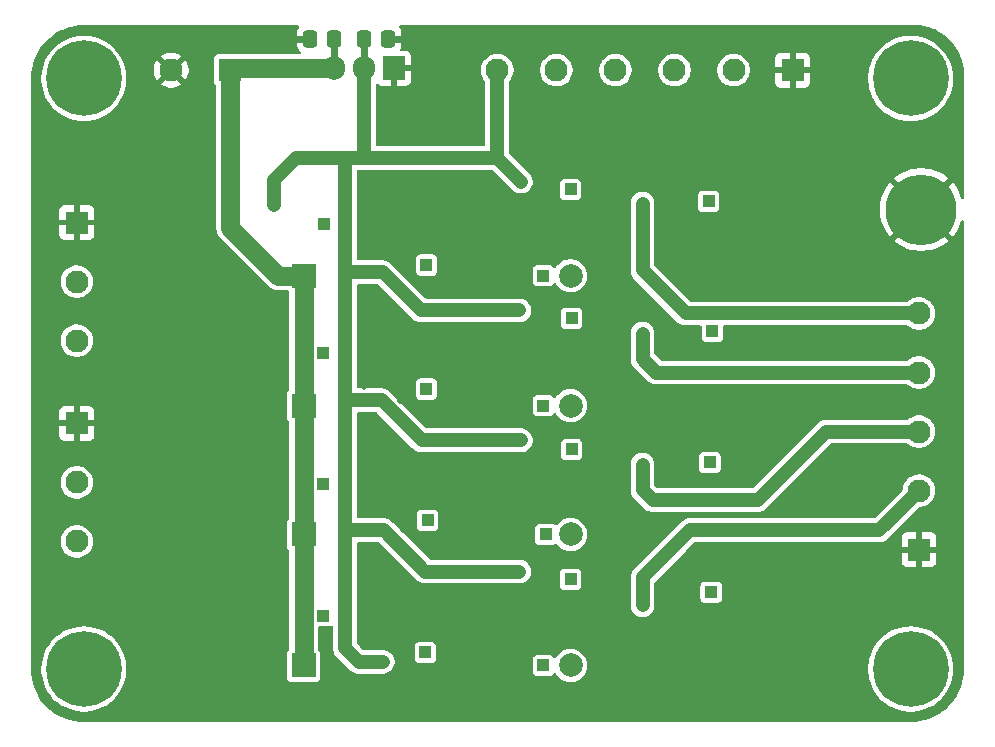
<source format=gtl>
%TF.GenerationSoftware,KiCad,Pcbnew,9.0.0*%
%TF.CreationDate,2025-03-25T18:58:08+01:00*%
%TF.ProjectId,HeatingBoard,48656174-696e-4674-926f-6172642e6b69,V1*%
%TF.SameCoordinates,Original*%
%TF.FileFunction,Copper,L1,Top*%
%TF.FilePolarity,Positive*%
%FSLAX46Y46*%
G04 Gerber Fmt 4.6, Leading zero omitted, Abs format (unit mm)*
G04 Created by KiCad (PCBNEW 9.0.0) date 2025-03-25 18:58:08*
%MOMM*%
%LPD*%
G01*
G04 APERTURE LIST*
G04 Aperture macros list*
%AMRoundRect*
0 Rectangle with rounded corners*
0 $1 Rounding radius*
0 $2 $3 $4 $5 $6 $7 $8 $9 X,Y pos of 4 corners*
0 Add a 4 corners polygon primitive as box body*
4,1,4,$2,$3,$4,$5,$6,$7,$8,$9,$2,$3,0*
0 Add four circle primitives for the rounded corners*
1,1,$1+$1,$2,$3*
1,1,$1+$1,$4,$5*
1,1,$1+$1,$6,$7*
1,1,$1+$1,$8,$9*
0 Add four rect primitives between the rounded corners*
20,1,$1+$1,$2,$3,$4,$5,0*
20,1,$1+$1,$4,$5,$6,$7,0*
20,1,$1+$1,$6,$7,$8,$9,0*
20,1,$1+$1,$8,$9,$2,$3,0*%
G04 Aperture macros list end*
%TA.AperFunction,ComponentPad*%
%ADD10R,1.950000X1.950000*%
%TD*%
%TA.AperFunction,ComponentPad*%
%ADD11C,1.950000*%
%TD*%
%TA.AperFunction,ComponentPad*%
%ADD12C,6.400000*%
%TD*%
%TA.AperFunction,ComponentPad*%
%ADD13R,2.006600X2.006600*%
%TD*%
%TA.AperFunction,ComponentPad*%
%ADD14C,2.006600*%
%TD*%
%TA.AperFunction,SMDPad,CuDef*%
%ADD15RoundRect,0.250000X-0.337500X-0.475000X0.337500X-0.475000X0.337500X0.475000X-0.337500X0.475000X0*%
%TD*%
%TA.AperFunction,SMDPad,CuDef*%
%ADD16RoundRect,0.250000X0.337500X0.475000X-0.337500X0.475000X-0.337500X-0.475000X0.337500X-0.475000X0*%
%TD*%
%TA.AperFunction,ComponentPad*%
%ADD17C,6.000000*%
%TD*%
%TA.AperFunction,ComponentPad*%
%ADD18R,1.905000X2.000000*%
%TD*%
%TA.AperFunction,ComponentPad*%
%ADD19O,1.905000X2.000000*%
%TD*%
%TA.AperFunction,ComponentPad*%
%ADD20R,1.000000X1.000000*%
%TD*%
%TA.AperFunction,ViaPad*%
%ADD21C,0.600000*%
%TD*%
%TA.AperFunction,ViaPad*%
%ADD22C,0.500000*%
%TD*%
%TA.AperFunction,Conductor*%
%ADD23C,1.200000*%
%TD*%
%TA.AperFunction,Conductor*%
%ADD24C,0.600000*%
%TD*%
%TA.AperFunction,Conductor*%
%ADD25C,0.200000*%
%TD*%
%TA.AperFunction,Conductor*%
%ADD26C,1.600000*%
%TD*%
G04 APERTURE END LIST*
D10*
%TO.P,J2,1,Pin_1*%
%TO.N,GND*%
X175000000Y-74300000D03*
D11*
%TO.P,J2,2,Pin_2*%
%TO.N,/PWM4*%
X170000000Y-74300000D03*
%TO.P,J2,3,Pin_3*%
%TO.N,/PWM3*%
X165000000Y-74300000D03*
%TO.P,J2,4,Pin_4*%
%TO.N,/PWM2*%
X160000000Y-74300000D03*
%TO.P,J2,5,Pin_5*%
%TO.N,/PWM1*%
X155000000Y-74300000D03*
%TO.P,J2,6,Pin_6*%
%TO.N,+3V3*%
X150000000Y-74300000D03*
%TD*%
D12*
%TO.P,H4,1,1*%
%TO.N,unconnected-(H4-Pad1)*%
X115000000Y-125000000D03*
%TD*%
D10*
%TO.P,J1,1,Pin_1*%
%TO.N,VBATT*%
X127400000Y-74300000D03*
D11*
%TO.P,J1,2,Pin_2*%
%TO.N,GND*%
X122400000Y-74300000D03*
%TD*%
D10*
%TO.P,J3,1,Pin_1*%
%TO.N,GND*%
X114400000Y-87200000D03*
D11*
%TO.P,J3,2,Pin_2*%
%TO.N,/SCL*%
X114400000Y-92200000D03*
%TO.P,J3,3,Pin_3*%
%TO.N,/SDA*%
X114400000Y-97200000D03*
%TD*%
D13*
%TO.P,F2,1*%
%TO.N,VBATT*%
X133600000Y-102700000D03*
D14*
%TO.P,F2,2*%
%TO.N,Net-(F2-Pad2)*%
X156200000Y-102700000D03*
%TD*%
D10*
%TO.P,J5,1,Pin_1*%
%TO.N,GND*%
X185700000Y-114900000D03*
D11*
%TO.P,J5,2,Pin_2*%
%TO.N,/VOUT4*%
X185700000Y-109900000D03*
%TO.P,J5,3,Pin_3*%
%TO.N,/VOUT3*%
X185700000Y-104900000D03*
%TO.P,J5,4,Pin_4*%
%TO.N,/VOUT2*%
X185700000Y-99900000D03*
%TO.P,J5,5,Pin_5*%
%TO.N,/VOUT1*%
X185700000Y-94900000D03*
%TD*%
D13*
%TO.P,F4,1*%
%TO.N,VBATT*%
X133600000Y-124700000D03*
D14*
%TO.P,F4,2*%
%TO.N,Net-(F4-Pad2)*%
X156200000Y-124700000D03*
%TD*%
D12*
%TO.P,H3,1,1*%
%TO.N,unconnected-(H3-Pad1)*%
X115000000Y-75000000D03*
%TD*%
D13*
%TO.P,F3,1*%
%TO.N,VBATT*%
X133600000Y-113600000D03*
D14*
%TO.P,F3,2*%
%TO.N,Net-(F3-Pad2)*%
X156200000Y-113600000D03*
%TD*%
D15*
%TO.P,C14,1*%
%TO.N,+3V3*%
X138712500Y-71650000D03*
%TO.P,C14,2*%
%TO.N,GND*%
X140787500Y-71650000D03*
%TD*%
D16*
%TO.P,C13,1*%
%TO.N,VBATT*%
X136187500Y-71650000D03*
%TO.P,C13,2*%
%TO.N,GND*%
X134112500Y-71650000D03*
%TD*%
D13*
%TO.P,F1,1*%
%TO.N,VBATT*%
X133600000Y-91700000D03*
D14*
%TO.P,F1,2*%
%TO.N,Net-(F1-Pad2)*%
X156200000Y-91700000D03*
%TD*%
D12*
%TO.P,H2,1,1*%
%TO.N,unconnected-(H2-Pad1)*%
X185000000Y-125000000D03*
%TD*%
D17*
%TO.P,TP1,1,1*%
%TO.N,GND*%
X185900000Y-86100000D03*
%TD*%
D10*
%TO.P,J4,1,Pin_1*%
%TO.N,GND*%
X114400000Y-104200000D03*
D11*
%TO.P,J4,2,Pin_2*%
%TO.N,/SCL*%
X114400000Y-109200000D03*
%TO.P,J4,3,Pin_3*%
%TO.N,/SDA*%
X114400000Y-114200000D03*
%TD*%
D18*
%TO.P,U5,1,GND*%
%TO.N,GND*%
X141240000Y-74155000D03*
D19*
%TO.P,U5,2,VO*%
%TO.N,+3V3*%
X138700000Y-74155000D03*
%TO.P,U5,3,VI*%
%TO.N,VBATT*%
X136160000Y-74155000D03*
%TD*%
D12*
%TO.P,H1,1,1*%
%TO.N,unconnected-(H1-Pad1)*%
X185000000Y-75000000D03*
%TD*%
D20*
%TO.P,TP8,1,1*%
%TO.N,Net-(U2-A0)*%
X135200000Y-98276750D03*
%TD*%
%TO.P,TP15,1,1*%
%TO.N,Net-(F3-Pad2)*%
X154100000Y-113600000D03*
%TD*%
%TO.P,TP7,1,1*%
%TO.N,Net-(U2-A1)*%
X144000000Y-101300000D03*
%TD*%
%TO.P,TP16,1,1*%
%TO.N,Net-(R32-Pad1)*%
X156300000Y-106400000D03*
%TD*%
%TO.P,TP13,1,1*%
%TO.N,Net-(U3-A0)*%
X135200000Y-109300000D03*
%TD*%
%TO.P,TP17,1,1*%
%TO.N,Net-(U4-A1)*%
X143900000Y-123600000D03*
%TD*%
%TO.P,TP3,1,1*%
%TO.N,Net-(U1-A0)*%
X135300000Y-87300000D03*
%TD*%
%TO.P,TP20,1,1*%
%TO.N,Net-(F4-Pad2)*%
X153900000Y-124700000D03*
%TD*%
%TO.P,TP10,1,1*%
%TO.N,Net-(F2-Pad2)*%
X153900000Y-102700000D03*
%TD*%
%TO.P,TP9,1,1*%
%TO.N,Net-(C5-Pad1)*%
X168200000Y-96400000D03*
%TD*%
%TO.P,TP11,1,1*%
%TO.N,Net-(R21-Pad1)*%
X156300000Y-95300000D03*
%TD*%
%TO.P,TP4,1,1*%
%TO.N,Net-(C2-Pad1)*%
X167900000Y-85400000D03*
%TD*%
%TO.P,TP5,1,1*%
%TO.N,Net-(F1-Pad2)*%
X153900000Y-91700000D03*
%TD*%
%TO.P,TP2,1,1*%
%TO.N,Net-(U1-A1)*%
X144000000Y-90800000D03*
%TD*%
%TO.P,TP12,1,1*%
%TO.N,Net-(U3-A1)*%
X144100000Y-112400000D03*
%TD*%
%TO.P,TP18,1,1*%
%TO.N,Net-(U4-A0)*%
X135200000Y-120500000D03*
%TD*%
%TO.P,TP6,1,1*%
%TO.N,Net-(R10-Pad1)*%
X156200000Y-84400000D03*
%TD*%
%TO.P,TP19,1,1*%
%TO.N,Net-(C11-Pad1)*%
X168100000Y-118500000D03*
%TD*%
%TO.P,TP21,1,1*%
%TO.N,Net-(R43-Pad1)*%
X156200000Y-117400000D03*
%TD*%
%TO.P,TP14,1,1*%
%TO.N,Net-(C8-Pad1)*%
X168000000Y-107500000D03*
%TD*%
D21*
%TO.N,GND*%
X165850000Y-88050000D03*
%TO.N,+3V3*%
X131100000Y-83600000D03*
D22*
X152000000Y-105637500D03*
X140300000Y-91400000D03*
X151850000Y-116750000D03*
X137100000Y-123250000D03*
X151862500Y-94637500D03*
X152000000Y-83737500D03*
X140200000Y-102250000D03*
X140300000Y-124400000D03*
X137100000Y-111950000D03*
X137100000Y-101100000D03*
X137100000Y-90050000D03*
X140400000Y-113250000D03*
D21*
X131100000Y-85700000D03*
%TO.N,GND*%
X120000000Y-110000000D03*
D22*
X166700000Y-93400000D03*
D21*
X180000000Y-102500000D03*
X152500000Y-112500000D03*
X147500000Y-112500000D03*
X120000000Y-80000000D03*
D22*
X138700000Y-101150000D03*
D21*
X167500000Y-102500000D03*
X180000000Y-75000000D03*
D22*
X151862500Y-96362500D03*
D21*
X150000000Y-115000000D03*
D22*
X161550000Y-115187500D03*
D21*
X175000000Y-115000000D03*
X125000000Y-95000000D03*
X165000000Y-90000000D03*
X115000000Y-85000000D03*
X150000000Y-102500000D03*
X130000000Y-105000000D03*
X147500000Y-80000000D03*
D22*
X141800000Y-102300000D03*
D21*
X147500000Y-110000000D03*
D22*
X161600000Y-81987500D03*
D21*
X175000000Y-80000000D03*
D22*
X166500000Y-115500000D03*
D21*
X147500000Y-125000000D03*
X185000000Y-102500000D03*
X152500000Y-80000000D03*
X125000000Y-80000000D03*
X147500000Y-102500000D03*
X185000000Y-107500000D03*
X155000000Y-80000000D03*
X147500000Y-72500000D03*
X155000000Y-82500000D03*
D22*
X165800000Y-119700000D03*
D21*
X165000000Y-125000000D03*
X125000000Y-115000000D03*
X130000000Y-100000000D03*
X125000000Y-110000000D03*
X125000000Y-85000000D03*
X120000000Y-125000000D03*
X180000000Y-80000000D03*
X130000000Y-125000000D03*
X135000000Y-127500000D03*
X125000000Y-100000000D03*
D22*
X152050000Y-107350000D03*
D21*
X142500000Y-77500000D03*
X160000000Y-105000000D03*
X160000000Y-102500000D03*
X160000000Y-125000000D03*
X185000000Y-120000000D03*
X155000000Y-105000000D03*
X162500000Y-102500000D03*
X180000000Y-125000000D03*
X130000000Y-127500000D03*
D22*
X138600000Y-123100000D03*
X165875000Y-109075000D03*
D21*
X185000000Y-80000000D03*
X130000000Y-95000000D03*
X157500000Y-80000000D03*
X120000000Y-120000000D03*
X125000000Y-120000000D03*
D22*
X151850000Y-118450000D03*
D21*
X180000000Y-120000000D03*
X162500000Y-112500000D03*
X160000000Y-115000000D03*
X175000000Y-97500000D03*
X180000000Y-110000000D03*
X160000000Y-112500000D03*
X157500000Y-105000000D03*
X175000000Y-85000000D03*
D22*
X142000000Y-113250000D03*
D21*
X145000000Y-72500000D03*
X152500000Y-102500000D03*
X130000000Y-110000000D03*
X175000000Y-120000000D03*
X147500000Y-77500000D03*
X170000000Y-125000000D03*
X141850000Y-71650000D03*
X175000000Y-110000000D03*
X155000000Y-77500000D03*
X150000000Y-112500000D03*
X150000000Y-125000000D03*
X147500000Y-75000000D03*
D22*
X141900000Y-91350000D03*
D21*
X180000000Y-85000000D03*
X155000000Y-115000000D03*
D22*
X141900000Y-124400000D03*
D21*
X145000000Y-75000000D03*
X175000000Y-90000000D03*
D22*
X161662500Y-93087500D03*
X165800000Y-81400000D03*
X152062500Y-85462500D03*
D21*
X120000000Y-100000000D03*
X152500000Y-115000000D03*
D22*
X161400000Y-104200000D03*
D21*
X140000000Y-127500000D03*
X185000000Y-97500000D03*
D22*
X138700000Y-90000000D03*
D21*
X125000000Y-125000000D03*
X130000000Y-120000000D03*
X167500000Y-92500000D03*
X175000000Y-102500000D03*
X175000000Y-125000000D03*
X120000000Y-85000000D03*
X130000000Y-115000000D03*
X120000000Y-105000000D03*
X167500000Y-90000000D03*
X145000000Y-127500000D03*
X165000000Y-102500000D03*
X120000000Y-115000000D03*
X180000000Y-90000000D03*
D22*
X166900000Y-104500000D03*
D21*
X157500000Y-115000000D03*
D22*
X165975000Y-97600000D03*
D21*
X147500000Y-115000000D03*
X115000000Y-80000000D03*
X125000000Y-105000000D03*
D22*
X138700000Y-111900000D03*
D21*
X170000000Y-120000000D03*
X142500000Y-80000000D03*
X180000000Y-115000000D03*
X133050000Y-71650000D03*
X115000000Y-120000000D03*
X180000000Y-97500000D03*
%TO.N,/VOUT2*%
X162300000Y-98000000D03*
D22*
X162300000Y-96600000D03*
X162300000Y-97300000D03*
D21*
X162300000Y-98700000D03*
%TO.N,/VOUT3*%
X162300000Y-109800000D03*
X162300000Y-109100000D03*
D22*
X162300000Y-108300000D03*
X162300000Y-107700000D03*
D21*
%TO.N,/VOUT4*%
X162300000Y-118100000D03*
D22*
X162300000Y-119600000D03*
X162300000Y-118800000D03*
%TO.N,/VOUT1*%
X162300000Y-85600000D03*
D21*
X162300000Y-87000000D03*
X162300000Y-87700000D03*
D22*
X162300000Y-86300000D03*
%TD*%
D23*
%TO.N,+3V3*%
X143537500Y-94637500D02*
X140300000Y-91400000D01*
X131100000Y-85700000D02*
X131100000Y-83600000D01*
X143900000Y-116750000D02*
X140400000Y-113250000D01*
X137100000Y-90050000D02*
X137100000Y-91400000D01*
X138250000Y-124400000D02*
X140300000Y-124400000D01*
X152000000Y-105637500D02*
X143587500Y-105637500D01*
X132962500Y-81737500D02*
X131100000Y-83600000D01*
X137100000Y-111950000D02*
X137100000Y-113300000D01*
X150000000Y-81737500D02*
X132962500Y-81737500D01*
X138700000Y-74155000D02*
X138700000Y-81737500D01*
X143587500Y-105637500D02*
X140200000Y-102250000D01*
D24*
X138712500Y-71650000D02*
X138712500Y-74142500D01*
D23*
X151862500Y-94637500D02*
X143537500Y-94637500D01*
D25*
X137150000Y-113250000D02*
X137100000Y-113300000D01*
D23*
X137100000Y-123250000D02*
X137100000Y-113300000D01*
X137100000Y-82137500D02*
X137100000Y-90050000D01*
X137100000Y-91400000D02*
X137100000Y-101100000D01*
D25*
X137150000Y-102250000D02*
X137100000Y-102300000D01*
D23*
X140300000Y-91400000D02*
X137100000Y-91400000D01*
X137100000Y-123250000D02*
X138250000Y-124400000D01*
X150000000Y-80900000D02*
X150000000Y-81737500D01*
X151850000Y-116750000D02*
X143900000Y-116750000D01*
X140200000Y-102250000D02*
X137150000Y-102250000D01*
X150000000Y-81737500D02*
X152000000Y-83737500D01*
X137100000Y-102300000D02*
X137100000Y-101100000D01*
X137100000Y-111950000D02*
X137100000Y-102300000D01*
X140400000Y-113250000D02*
X137150000Y-113250000D01*
X150000000Y-74200000D02*
X150000000Y-80900000D01*
D25*
%TO.N,GND*%
X133050000Y-71650000D02*
X133000000Y-71600000D01*
D24*
X134112500Y-71650000D02*
X133050000Y-71650000D01*
D25*
X141850000Y-71650000D02*
X141900000Y-71600000D01*
D24*
X140787500Y-71650000D02*
X141850000Y-71650000D01*
%TO.N,VBATT*%
X136187500Y-71650000D02*
X136187500Y-74127500D01*
D26*
X136160000Y-74155000D02*
X127545000Y-74155000D01*
X133600000Y-124700000D02*
X133600000Y-113600000D01*
X133600000Y-91700000D02*
X133600000Y-102700000D01*
X127400000Y-74300000D02*
X127400000Y-87650000D01*
X136187500Y-74127500D02*
X136160000Y-74155000D01*
X133600000Y-102700000D02*
X133600000Y-113600000D01*
X131450000Y-91700000D02*
X133600000Y-91700000D01*
X127400000Y-87650000D02*
X131450000Y-91700000D01*
X127545000Y-74155000D02*
X127400000Y-74300000D01*
D23*
%TO.N,/VOUT2*%
X185700000Y-99900000D02*
X163450000Y-99900000D01*
X162300000Y-98750000D02*
X162300000Y-98700000D01*
X162300000Y-98700000D02*
X162300000Y-98000000D01*
X163450000Y-99900000D02*
X162300000Y-98750000D01*
X162300000Y-98000000D02*
X162300000Y-96600000D01*
%TO.N,/VOUT3*%
X177850000Y-104900000D02*
X172050000Y-110700000D01*
D25*
X162350000Y-107750000D02*
X162300000Y-107700000D01*
D23*
X185700000Y-104900000D02*
X177850000Y-104900000D01*
X162300000Y-109850000D02*
X162300000Y-109800000D01*
X162300000Y-109100000D02*
X162300000Y-107700000D01*
X172050000Y-110700000D02*
X163150000Y-110700000D01*
X162300000Y-109800000D02*
X162300000Y-109100000D01*
X163150000Y-110700000D02*
X162300000Y-109850000D01*
%TO.N,/VOUT4*%
X185700000Y-109900000D02*
X182350000Y-113250000D01*
X162300000Y-118100000D02*
X162300000Y-119600000D01*
X182350000Y-113250000D02*
X166300000Y-113250000D01*
X162300000Y-117250000D02*
X162300000Y-118100000D01*
X166300000Y-113250000D02*
X162300000Y-117250000D01*
%TO.N,/VOUT1*%
X162300000Y-87700000D02*
X162300000Y-87000000D01*
X162300000Y-91250000D02*
X162300000Y-87700000D01*
X162300000Y-87000000D02*
X162300000Y-85600000D01*
X165950000Y-94900000D02*
X162300000Y-91250000D01*
X185700000Y-94900000D02*
X165950000Y-94900000D01*
%TD*%
%TA.AperFunction,Conductor*%
%TO.N,GND*%
G36*
X185417971Y-70489550D02*
G01*
X185782746Y-70512788D01*
X185793848Y-70514001D01*
X186155010Y-70570006D01*
X186165974Y-70572216D01*
X186520629Y-70660537D01*
X186531348Y-70663726D01*
X186876601Y-70783640D01*
X186886989Y-70787782D01*
X187034918Y-70854644D01*
X187220037Y-70938317D01*
X187229994Y-70943370D01*
X187548134Y-71123306D01*
X187557591Y-71129233D01*
X187820936Y-71311318D01*
X187858224Y-71337100D01*
X187867127Y-71343869D01*
X188147803Y-71577974D01*
X188156059Y-71585518D01*
X188414481Y-71843940D01*
X188422025Y-71852196D01*
X188656130Y-72132872D01*
X188662899Y-72141775D01*
X188696728Y-72190701D01*
X188857869Y-72423755D01*
X188870760Y-72442398D01*
X188876697Y-72451871D01*
X188997842Y-72666065D01*
X189056625Y-72769997D01*
X189061686Y-72779970D01*
X189212217Y-73113010D01*
X189216359Y-73123398D01*
X189336273Y-73468651D01*
X189339462Y-73479370D01*
X189427783Y-73834025D01*
X189429993Y-73844989D01*
X189485997Y-74206144D01*
X189487211Y-74217261D01*
X189510448Y-74582008D01*
X189510655Y-74593190D01*
X189502203Y-74910830D01*
X189502152Y-74912390D01*
X189501609Y-74926232D01*
X189499500Y-74934108D01*
X189499500Y-74980031D01*
X189499405Y-74982455D01*
X189499316Y-74982718D01*
X189499181Y-74986483D01*
X189496064Y-75029857D01*
X189496065Y-75029861D01*
X189497266Y-75036102D01*
X189499500Y-75059534D01*
X189499500Y-85072892D01*
X189479815Y-85139931D01*
X189427011Y-85185686D01*
X189357853Y-85195630D01*
X189294297Y-85166605D01*
X189256839Y-85108888D01*
X189199376Y-84919459D01*
X189067780Y-84601758D01*
X189067773Y-84601744D01*
X188905677Y-84298481D01*
X188905666Y-84298463D01*
X188714622Y-84012546D01*
X188714612Y-84012533D01*
X188546213Y-83807339D01*
X188546212Y-83807338D01*
X187835809Y-84517740D01*
X187767042Y-84431509D01*
X187568491Y-84232958D01*
X187482257Y-84164188D01*
X188192660Y-83453786D01*
X188192659Y-83453785D01*
X187987467Y-83285387D01*
X187987453Y-83285377D01*
X187701536Y-83094333D01*
X187701518Y-83094322D01*
X187398255Y-82932226D01*
X187398241Y-82932219D01*
X187080540Y-82800623D01*
X186751443Y-82700792D01*
X186751437Y-82700791D01*
X186414182Y-82633708D01*
X186414165Y-82633705D01*
X186071941Y-82600000D01*
X185728059Y-82600000D01*
X185385834Y-82633705D01*
X185385817Y-82633708D01*
X185048562Y-82700791D01*
X185048556Y-82700792D01*
X184719459Y-82800623D01*
X184401758Y-82932219D01*
X184401744Y-82932226D01*
X184098481Y-83094322D01*
X184098463Y-83094333D01*
X183812546Y-83285377D01*
X183812532Y-83285387D01*
X183607338Y-83453786D01*
X184317741Y-84164189D01*
X184231509Y-84232958D01*
X184032958Y-84431509D01*
X183964189Y-84517741D01*
X183253786Y-83807338D01*
X183085387Y-84012532D01*
X183085377Y-84012546D01*
X182894333Y-84298463D01*
X182894322Y-84298481D01*
X182732226Y-84601744D01*
X182732219Y-84601758D01*
X182600623Y-84919459D01*
X182500792Y-85248556D01*
X182500791Y-85248562D01*
X182433708Y-85585817D01*
X182433705Y-85585834D01*
X182400000Y-85928059D01*
X182400000Y-86271940D01*
X182433705Y-86614165D01*
X182433708Y-86614182D01*
X182500791Y-86951437D01*
X182500792Y-86951443D01*
X182600623Y-87280540D01*
X182732219Y-87598241D01*
X182732226Y-87598255D01*
X182894322Y-87901518D01*
X182894333Y-87901536D01*
X183085377Y-88187453D01*
X183085387Y-88187467D01*
X183253785Y-88392659D01*
X183253786Y-88392660D01*
X183964188Y-87682257D01*
X184032958Y-87768491D01*
X184231509Y-87967042D01*
X184317740Y-88035810D01*
X183607338Y-88746212D01*
X183607339Y-88746213D01*
X183812533Y-88914612D01*
X183812546Y-88914622D01*
X184098463Y-89105666D01*
X184098481Y-89105677D01*
X184401744Y-89267773D01*
X184401758Y-89267780D01*
X184719459Y-89399376D01*
X185048556Y-89499207D01*
X185048562Y-89499208D01*
X185385817Y-89566291D01*
X185385834Y-89566294D01*
X185728059Y-89600000D01*
X186071941Y-89600000D01*
X186414165Y-89566294D01*
X186414182Y-89566291D01*
X186751437Y-89499208D01*
X186751443Y-89499207D01*
X187080540Y-89399376D01*
X187398241Y-89267780D01*
X187398255Y-89267773D01*
X187701518Y-89105677D01*
X187701536Y-89105666D01*
X187987453Y-88914622D01*
X187987466Y-88914612D01*
X188192659Y-88746213D01*
X188192659Y-88746212D01*
X187482258Y-88035811D01*
X187568491Y-87967042D01*
X187767042Y-87768491D01*
X187835811Y-87682258D01*
X188546212Y-88392659D01*
X188546213Y-88392659D01*
X188714612Y-88187466D01*
X188714622Y-88187453D01*
X188905666Y-87901536D01*
X188905677Y-87901518D01*
X189067773Y-87598255D01*
X189067780Y-87598241D01*
X189199377Y-87280537D01*
X189256839Y-87091112D01*
X189295137Y-87032673D01*
X189358949Y-87004217D01*
X189428016Y-87014777D01*
X189480410Y-87061001D01*
X189499500Y-87127107D01*
X189499500Y-124997293D01*
X189499382Y-125002702D01*
X189482614Y-125386750D01*
X189481671Y-125397526D01*
X189431849Y-125775957D01*
X189429971Y-125786610D01*
X189347354Y-126159272D01*
X189344554Y-126169721D01*
X189229775Y-126533755D01*
X189226075Y-126543921D01*
X189080002Y-126896572D01*
X189075430Y-126906376D01*
X188899183Y-127244942D01*
X188893775Y-127254310D01*
X188688681Y-127576244D01*
X188682476Y-127585105D01*
X188450110Y-127887930D01*
X188443156Y-127896217D01*
X188185284Y-128177635D01*
X188177635Y-128185284D01*
X187896217Y-128443156D01*
X187887930Y-128450110D01*
X187585105Y-128682476D01*
X187576244Y-128688681D01*
X187254310Y-128893775D01*
X187244942Y-128899183D01*
X186906376Y-129075430D01*
X186896572Y-129080002D01*
X186543921Y-129226075D01*
X186533755Y-129229775D01*
X186169721Y-129344554D01*
X186159272Y-129347354D01*
X185786610Y-129429971D01*
X185775957Y-129431849D01*
X185397526Y-129481671D01*
X185386750Y-129482614D01*
X185002703Y-129499382D01*
X184997294Y-129499500D01*
X115002706Y-129499500D01*
X114997297Y-129499382D01*
X114613249Y-129482614D01*
X114602473Y-129481671D01*
X114224042Y-129431849D01*
X114213389Y-129429971D01*
X113840727Y-129347354D01*
X113830278Y-129344554D01*
X113466244Y-129229775D01*
X113456078Y-129226075D01*
X113103427Y-129080002D01*
X113093623Y-129075430D01*
X112755057Y-128899183D01*
X112745689Y-128893775D01*
X112423755Y-128688681D01*
X112414894Y-128682476D01*
X112112069Y-128450110D01*
X112103782Y-128443156D01*
X111822364Y-128185284D01*
X111814715Y-128177635D01*
X111556843Y-127896217D01*
X111549889Y-127887930D01*
X111317523Y-127585105D01*
X111311318Y-127576244D01*
X111212333Y-127420869D01*
X111106223Y-127254309D01*
X111100816Y-127244942D01*
X110924569Y-126906376D01*
X110919997Y-126896572D01*
X110902059Y-126853265D01*
X110773920Y-126543911D01*
X110770224Y-126533755D01*
X110669544Y-126214436D01*
X110655442Y-126169710D01*
X110652648Y-126159284D01*
X110570025Y-125786597D01*
X110568152Y-125775971D01*
X110518326Y-125397506D01*
X110517386Y-125386771D01*
X110500618Y-125002702D01*
X110500500Y-124997293D01*
X110500500Y-124823119D01*
X111399500Y-124823119D01*
X111399500Y-125176881D01*
X111405605Y-125238869D01*
X111434173Y-125528929D01*
X111434176Y-125528946D01*
X111503185Y-125875884D01*
X111503188Y-125875895D01*
X111605882Y-126214436D01*
X111741262Y-126541271D01*
X111741264Y-126541276D01*
X111908017Y-126853247D01*
X111908028Y-126853265D01*
X112104558Y-127147393D01*
X112104568Y-127147407D01*
X112328992Y-127420869D01*
X112579130Y-127671007D01*
X112579135Y-127671011D01*
X112579136Y-127671012D01*
X112852598Y-127895436D01*
X113146741Y-128091976D01*
X113146750Y-128091981D01*
X113146752Y-128091982D01*
X113458723Y-128258735D01*
X113458725Y-128258735D01*
X113458731Y-128258739D01*
X113785565Y-128394118D01*
X114124095Y-128496809D01*
X114124101Y-128496810D01*
X114124104Y-128496811D01*
X114124115Y-128496814D01*
X114341674Y-128540088D01*
X114471060Y-128565825D01*
X114823119Y-128600500D01*
X114823122Y-128600500D01*
X115176878Y-128600500D01*
X115176881Y-128600500D01*
X115528940Y-128565825D01*
X115700679Y-128531663D01*
X115875884Y-128496814D01*
X115875895Y-128496811D01*
X115875895Y-128496810D01*
X115875905Y-128496809D01*
X116214435Y-128394118D01*
X116541269Y-128258739D01*
X116853259Y-128091976D01*
X117147402Y-127895436D01*
X117420864Y-127671012D01*
X117671012Y-127420864D01*
X117895436Y-127147402D01*
X118091976Y-126853259D01*
X118258739Y-126541269D01*
X118394118Y-126214435D01*
X118496809Y-125875905D01*
X118496811Y-125875895D01*
X118496814Y-125875884D01*
X118531663Y-125700679D01*
X118565825Y-125528940D01*
X118600500Y-125176881D01*
X118600500Y-124823119D01*
X118565825Y-124471060D01*
X118532089Y-124301459D01*
X118496814Y-124124115D01*
X118496811Y-124124104D01*
X118496810Y-124124101D01*
X118496809Y-124124095D01*
X118394118Y-123785565D01*
X118258739Y-123458731D01*
X118258536Y-123458352D01*
X118091982Y-123146752D01*
X118091981Y-123146750D01*
X118091976Y-123146741D01*
X117895436Y-122852598D01*
X117671012Y-122579136D01*
X117671011Y-122579135D01*
X117671007Y-122579130D01*
X117420869Y-122328992D01*
X117147407Y-122104568D01*
X117147406Y-122104567D01*
X117147402Y-122104564D01*
X116853259Y-121908024D01*
X116853254Y-121908021D01*
X116853247Y-121908017D01*
X116541276Y-121741264D01*
X116541271Y-121741262D01*
X116214436Y-121605882D01*
X115875895Y-121503188D01*
X115875884Y-121503185D01*
X115528946Y-121434176D01*
X115528929Y-121434173D01*
X115262700Y-121407952D01*
X115176881Y-121399500D01*
X114823119Y-121399500D01*
X114743748Y-121407317D01*
X114471070Y-121434173D01*
X114471053Y-121434176D01*
X114124115Y-121503185D01*
X114124104Y-121503188D01*
X113785563Y-121605882D01*
X113458728Y-121741262D01*
X113458723Y-121741264D01*
X113146752Y-121908017D01*
X113146734Y-121908028D01*
X112852606Y-122104558D01*
X112852592Y-122104568D01*
X112579130Y-122328992D01*
X112328992Y-122579130D01*
X112104568Y-122852592D01*
X112104558Y-122852606D01*
X111908028Y-123146734D01*
X111908017Y-123146752D01*
X111741264Y-123458723D01*
X111741262Y-123458728D01*
X111605882Y-123785563D01*
X111503188Y-124124104D01*
X111503185Y-124124115D01*
X111434176Y-124471053D01*
X111434173Y-124471070D01*
X111412431Y-124691829D01*
X111399500Y-124823119D01*
X110500500Y-124823119D01*
X110500500Y-114091746D01*
X113024500Y-114091746D01*
X113024500Y-114308254D01*
X113028855Y-114335752D01*
X113058370Y-114522098D01*
X113125272Y-114728006D01*
X113125273Y-114728009D01*
X113213394Y-114900953D01*
X113223567Y-114920919D01*
X113350828Y-115096078D01*
X113503922Y-115249172D01*
X113679081Y-115376433D01*
X113734927Y-115404888D01*
X113871990Y-115474726D01*
X113871993Y-115474727D01*
X113974947Y-115508178D01*
X114077903Y-115541630D01*
X114291746Y-115575500D01*
X114291747Y-115575500D01*
X114508253Y-115575500D01*
X114508254Y-115575500D01*
X114722097Y-115541630D01*
X114928009Y-115474726D01*
X115120919Y-115376433D01*
X115296078Y-115249172D01*
X115449172Y-115096078D01*
X115576433Y-114920919D01*
X115674726Y-114728009D01*
X115741630Y-114522097D01*
X115775500Y-114308254D01*
X115775500Y-114091746D01*
X115741630Y-113877903D01*
X115678275Y-113682913D01*
X115674727Y-113671993D01*
X115674726Y-113671990D01*
X115576432Y-113479080D01*
X115449172Y-113303922D01*
X115296078Y-113150828D01*
X115120919Y-113023567D01*
X114928009Y-112925273D01*
X114928006Y-112925272D01*
X114722098Y-112858370D01*
X114576050Y-112835238D01*
X114508254Y-112824500D01*
X114291746Y-112824500D01*
X114223950Y-112835238D01*
X114077901Y-112858370D01*
X113871993Y-112925272D01*
X113871990Y-112925273D01*
X113679080Y-113023567D01*
X113617262Y-113068481D01*
X113503922Y-113150828D01*
X113503920Y-113150830D01*
X113503919Y-113150830D01*
X113350830Y-113303919D01*
X113350830Y-113303920D01*
X113350828Y-113303922D01*
X113296174Y-113379145D01*
X113223567Y-113479080D01*
X113125273Y-113671990D01*
X113125272Y-113671993D01*
X113058370Y-113877901D01*
X113050320Y-113928725D01*
X113024500Y-114091746D01*
X110500500Y-114091746D01*
X110500500Y-109091746D01*
X113024500Y-109091746D01*
X113024500Y-109308254D01*
X113036532Y-109384217D01*
X113058370Y-109522098D01*
X113125272Y-109728006D01*
X113125273Y-109728009D01*
X113192822Y-109860579D01*
X113223567Y-109920919D01*
X113350828Y-110096078D01*
X113503922Y-110249172D01*
X113679081Y-110376433D01*
X113773697Y-110424642D01*
X113871990Y-110474726D01*
X113871993Y-110474727D01*
X113974947Y-110508178D01*
X114077903Y-110541630D01*
X114291746Y-110575500D01*
X114291747Y-110575500D01*
X114508253Y-110575500D01*
X114508254Y-110575500D01*
X114722097Y-110541630D01*
X114928009Y-110474726D01*
X115120919Y-110376433D01*
X115296078Y-110249172D01*
X115449172Y-110096078D01*
X115576433Y-109920919D01*
X115674726Y-109728009D01*
X115741630Y-109522097D01*
X115775500Y-109308254D01*
X115775500Y-109091746D01*
X115741630Y-108877903D01*
X115674726Y-108671991D01*
X115674726Y-108671990D01*
X115576432Y-108479080D01*
X115564167Y-108462199D01*
X115449172Y-108303922D01*
X115296078Y-108150828D01*
X115120919Y-108023567D01*
X114928009Y-107925273D01*
X114928006Y-107925272D01*
X114722098Y-107858370D01*
X114615175Y-107841435D01*
X114508254Y-107824500D01*
X114291746Y-107824500D01*
X114220465Y-107835790D01*
X114077901Y-107858370D01*
X113871993Y-107925272D01*
X113871990Y-107925273D01*
X113679080Y-108023567D01*
X113579145Y-108096174D01*
X113503922Y-108150828D01*
X113503920Y-108150830D01*
X113503919Y-108150830D01*
X113350830Y-108303919D01*
X113350830Y-108303920D01*
X113350828Y-108303922D01*
X113333298Y-108328050D01*
X113223567Y-108479080D01*
X113125273Y-108671990D01*
X113125272Y-108671993D01*
X113058370Y-108877901D01*
X113038410Y-109003922D01*
X113024500Y-109091746D01*
X110500500Y-109091746D01*
X110500500Y-103177155D01*
X112925000Y-103177155D01*
X112925000Y-103950000D01*
X113799999Y-103950000D01*
X113774979Y-104010402D01*
X113750000Y-104135981D01*
X113750000Y-104264019D01*
X113774979Y-104389598D01*
X113799999Y-104450000D01*
X112925000Y-104450000D01*
X112925000Y-105222844D01*
X112931401Y-105282372D01*
X112931403Y-105282379D01*
X112981645Y-105417086D01*
X112981649Y-105417093D01*
X113067809Y-105532187D01*
X113067812Y-105532190D01*
X113182906Y-105618350D01*
X113182913Y-105618354D01*
X113317620Y-105668596D01*
X113317627Y-105668598D01*
X113377155Y-105674999D01*
X113377172Y-105675000D01*
X114150000Y-105675000D01*
X114150000Y-104800001D01*
X114210402Y-104825021D01*
X114335981Y-104850000D01*
X114464019Y-104850000D01*
X114589598Y-104825021D01*
X114650000Y-104800001D01*
X114650000Y-105675000D01*
X115422828Y-105675000D01*
X115422844Y-105674999D01*
X115482372Y-105668598D01*
X115482379Y-105668596D01*
X115617086Y-105618354D01*
X115617093Y-105618350D01*
X115732187Y-105532190D01*
X115732190Y-105532187D01*
X115818350Y-105417093D01*
X115818354Y-105417086D01*
X115868596Y-105282379D01*
X115868598Y-105282372D01*
X115874999Y-105222844D01*
X115875000Y-105222827D01*
X115875000Y-104450000D01*
X115000001Y-104450000D01*
X115025021Y-104389598D01*
X115050000Y-104264019D01*
X115050000Y-104135981D01*
X115025021Y-104010402D01*
X115000001Y-103950000D01*
X115875000Y-103950000D01*
X115875000Y-103177172D01*
X115874999Y-103177155D01*
X115868598Y-103117627D01*
X115868596Y-103117620D01*
X115818354Y-102982913D01*
X115818350Y-102982906D01*
X115732190Y-102867812D01*
X115732187Y-102867809D01*
X115617093Y-102781649D01*
X115617086Y-102781645D01*
X115482379Y-102731403D01*
X115482372Y-102731401D01*
X115422844Y-102725000D01*
X114650000Y-102725000D01*
X114650000Y-103599998D01*
X114589598Y-103574979D01*
X114464019Y-103550000D01*
X114335981Y-103550000D01*
X114210402Y-103574979D01*
X114150000Y-103599998D01*
X114150000Y-102725000D01*
X113377155Y-102725000D01*
X113317627Y-102731401D01*
X113317620Y-102731403D01*
X113182913Y-102781645D01*
X113182906Y-102781649D01*
X113067812Y-102867809D01*
X113067809Y-102867812D01*
X112981649Y-102982906D01*
X112981645Y-102982913D01*
X112931403Y-103117620D01*
X112931401Y-103117627D01*
X112925000Y-103177155D01*
X110500500Y-103177155D01*
X110500500Y-97091746D01*
X113024500Y-97091746D01*
X113024500Y-97308253D01*
X113058370Y-97522098D01*
X113125272Y-97728006D01*
X113125273Y-97728009D01*
X113223567Y-97920919D01*
X113350828Y-98096078D01*
X113503922Y-98249172D01*
X113679081Y-98376433D01*
X113773697Y-98424642D01*
X113871990Y-98474726D01*
X113871993Y-98474727D01*
X113974947Y-98508178D01*
X114077903Y-98541630D01*
X114291746Y-98575500D01*
X114291747Y-98575500D01*
X114508253Y-98575500D01*
X114508254Y-98575500D01*
X114722097Y-98541630D01*
X114928009Y-98474726D01*
X115120919Y-98376433D01*
X115296078Y-98249172D01*
X115449172Y-98096078D01*
X115576433Y-97920919D01*
X115674726Y-97728009D01*
X115741630Y-97522097D01*
X115775500Y-97308254D01*
X115775500Y-97091746D01*
X115741630Y-96877903D01*
X115674726Y-96671991D01*
X115674726Y-96671990D01*
X115587835Y-96501459D01*
X115576433Y-96479081D01*
X115449172Y-96303922D01*
X115296078Y-96150828D01*
X115120919Y-96023567D01*
X114928009Y-95925273D01*
X114928006Y-95925272D01*
X114722098Y-95858370D01*
X114615175Y-95841435D01*
X114508254Y-95824500D01*
X114291746Y-95824500D01*
X114247437Y-95831518D01*
X114077901Y-95858370D01*
X113871993Y-95925272D01*
X113871990Y-95925273D01*
X113679080Y-96023567D01*
X113579145Y-96096174D01*
X113503922Y-96150828D01*
X113503920Y-96150830D01*
X113503919Y-96150830D01*
X113350830Y-96303919D01*
X113350830Y-96303920D01*
X113350828Y-96303922D01*
X113347742Y-96308170D01*
X113223567Y-96479080D01*
X113125273Y-96671990D01*
X113125272Y-96671993D01*
X113058370Y-96877901D01*
X113024500Y-97091746D01*
X110500500Y-97091746D01*
X110500500Y-92091746D01*
X113024500Y-92091746D01*
X113024500Y-92308253D01*
X113058370Y-92522098D01*
X113125272Y-92728006D01*
X113125273Y-92728009D01*
X113198101Y-92870940D01*
X113223567Y-92920919D01*
X113350828Y-93096078D01*
X113503922Y-93249172D01*
X113679081Y-93376433D01*
X113773697Y-93424642D01*
X113871990Y-93474726D01*
X113871993Y-93474727D01*
X113974947Y-93508178D01*
X114077903Y-93541630D01*
X114291746Y-93575500D01*
X114291747Y-93575500D01*
X114508253Y-93575500D01*
X114508254Y-93575500D01*
X114722097Y-93541630D01*
X114928009Y-93474726D01*
X115120919Y-93376433D01*
X115296078Y-93249172D01*
X115449172Y-93096078D01*
X115576433Y-92920919D01*
X115674726Y-92728009D01*
X115741630Y-92522097D01*
X115775500Y-92308254D01*
X115775500Y-92091746D01*
X115741630Y-91877903D01*
X115679163Y-91685646D01*
X115674727Y-91671993D01*
X115674726Y-91671990D01*
X115608405Y-91541829D01*
X115576433Y-91479081D01*
X115449172Y-91303922D01*
X115296078Y-91150828D01*
X115120919Y-91023567D01*
X114928009Y-90925273D01*
X114928006Y-90925272D01*
X114722098Y-90858370D01*
X114615175Y-90841435D01*
X114508254Y-90824500D01*
X114291746Y-90824500D01*
X114221797Y-90835579D01*
X114077901Y-90858370D01*
X113871993Y-90925272D01*
X113871990Y-90925273D01*
X113679080Y-91023567D01*
X113579145Y-91096174D01*
X113503922Y-91150828D01*
X113503920Y-91150830D01*
X113503919Y-91150830D01*
X113350830Y-91303919D01*
X113350830Y-91303920D01*
X113350828Y-91303922D01*
X113330778Y-91331519D01*
X113223567Y-91479080D01*
X113125273Y-91671990D01*
X113125272Y-91671993D01*
X113058370Y-91877901D01*
X113024500Y-92091746D01*
X110500500Y-92091746D01*
X110500500Y-86177155D01*
X112925000Y-86177155D01*
X112925000Y-86950000D01*
X113799999Y-86950000D01*
X113774979Y-87010402D01*
X113750000Y-87135981D01*
X113750000Y-87264019D01*
X113774979Y-87389598D01*
X113799999Y-87450000D01*
X112925000Y-87450000D01*
X112925000Y-88222844D01*
X112931401Y-88282372D01*
X112931403Y-88282379D01*
X112981645Y-88417086D01*
X112981649Y-88417093D01*
X113067809Y-88532187D01*
X113067812Y-88532190D01*
X113182906Y-88618350D01*
X113182913Y-88618354D01*
X113317620Y-88668596D01*
X113317627Y-88668598D01*
X113377155Y-88674999D01*
X113377172Y-88675000D01*
X114150000Y-88675000D01*
X114150000Y-87800001D01*
X114210402Y-87825021D01*
X114335981Y-87850000D01*
X114464019Y-87850000D01*
X114589598Y-87825021D01*
X114650000Y-87800001D01*
X114650000Y-88675000D01*
X115422828Y-88675000D01*
X115422844Y-88674999D01*
X115482372Y-88668598D01*
X115482379Y-88668596D01*
X115617086Y-88618354D01*
X115617093Y-88618350D01*
X115732187Y-88532190D01*
X115732190Y-88532187D01*
X115818350Y-88417093D01*
X115818354Y-88417086D01*
X115868596Y-88282379D01*
X115868598Y-88282372D01*
X115874999Y-88222844D01*
X115875000Y-88222827D01*
X115875000Y-87450000D01*
X115000001Y-87450000D01*
X115025021Y-87389598D01*
X115050000Y-87264019D01*
X115050000Y-87135981D01*
X115025021Y-87010402D01*
X115000001Y-86950000D01*
X115875000Y-86950000D01*
X115875000Y-86177172D01*
X115874999Y-86177155D01*
X115868598Y-86117627D01*
X115868596Y-86117620D01*
X115818354Y-85982913D01*
X115818350Y-85982906D01*
X115732190Y-85867812D01*
X115732187Y-85867809D01*
X115617093Y-85781649D01*
X115617086Y-85781645D01*
X115482379Y-85731403D01*
X115482372Y-85731401D01*
X115422844Y-85725000D01*
X114650000Y-85725000D01*
X114650000Y-86599998D01*
X114589598Y-86574979D01*
X114464019Y-86550000D01*
X114335981Y-86550000D01*
X114210402Y-86574979D01*
X114150000Y-86599998D01*
X114150000Y-85725000D01*
X113377155Y-85725000D01*
X113317627Y-85731401D01*
X113317620Y-85731403D01*
X113182913Y-85781645D01*
X113182906Y-85781649D01*
X113067812Y-85867809D01*
X113067809Y-85867812D01*
X112981649Y-85982906D01*
X112981645Y-85982913D01*
X112931403Y-86117620D01*
X112931401Y-86117627D01*
X112925000Y-86177155D01*
X110500500Y-86177155D01*
X110500500Y-75002706D01*
X110500618Y-74997298D01*
X110503754Y-74925468D01*
X110508222Y-74823119D01*
X111399500Y-74823119D01*
X111399500Y-75176881D01*
X111405176Y-75234508D01*
X111434173Y-75528929D01*
X111434176Y-75528946D01*
X111503185Y-75875884D01*
X111503188Y-75875895D01*
X111605882Y-76214436D01*
X111741262Y-76541271D01*
X111741264Y-76541276D01*
X111908017Y-76853247D01*
X111908028Y-76853265D01*
X112104558Y-77147393D01*
X112104568Y-77147407D01*
X112328992Y-77420869D01*
X112579130Y-77671007D01*
X112579135Y-77671011D01*
X112579136Y-77671012D01*
X112852598Y-77895436D01*
X113146741Y-78091976D01*
X113146750Y-78091981D01*
X113146752Y-78091982D01*
X113458723Y-78258735D01*
X113458725Y-78258735D01*
X113458731Y-78258739D01*
X113785565Y-78394118D01*
X114124095Y-78496809D01*
X114124101Y-78496810D01*
X114124104Y-78496811D01*
X114124115Y-78496814D01*
X114341674Y-78540088D01*
X114471060Y-78565825D01*
X114823119Y-78600500D01*
X114823122Y-78600500D01*
X115176878Y-78600500D01*
X115176881Y-78600500D01*
X115528940Y-78565825D01*
X115700679Y-78531663D01*
X115875884Y-78496814D01*
X115875895Y-78496811D01*
X115875895Y-78496810D01*
X115875905Y-78496809D01*
X116214435Y-78394118D01*
X116541269Y-78258739D01*
X116853259Y-78091976D01*
X117147402Y-77895436D01*
X117420864Y-77671012D01*
X117671012Y-77420864D01*
X117895436Y-77147402D01*
X118091976Y-76853259D01*
X118258739Y-76541269D01*
X118394118Y-76214435D01*
X118496809Y-75875905D01*
X118496811Y-75875895D01*
X118496814Y-75875884D01*
X118543409Y-75641630D01*
X118565825Y-75528940D01*
X118600500Y-75176881D01*
X118600500Y-74823119D01*
X118565825Y-74471060D01*
X118533586Y-74308983D01*
X118512552Y-74203234D01*
X118508708Y-74183909D01*
X120925000Y-74183909D01*
X120925000Y-74416090D01*
X120961318Y-74645393D01*
X121033065Y-74866205D01*
X121138465Y-75073064D01*
X121195238Y-75151207D01*
X121798958Y-74547487D01*
X121823978Y-74607890D01*
X121895112Y-74714351D01*
X121985649Y-74804888D01*
X122092110Y-74876022D01*
X122152510Y-74901041D01*
X121548791Y-75504759D01*
X121548791Y-75504760D01*
X121626935Y-75561534D01*
X121833794Y-75666934D01*
X122054606Y-75738681D01*
X122283910Y-75775000D01*
X122516090Y-75775000D01*
X122745393Y-75738681D01*
X122966205Y-75666934D01*
X123173071Y-75561530D01*
X123251207Y-75504762D01*
X123251208Y-75504760D01*
X122647488Y-74901041D01*
X122707890Y-74876022D01*
X122814351Y-74804888D01*
X122904888Y-74714351D01*
X122976022Y-74607890D01*
X123001041Y-74547489D01*
X123604760Y-75151208D01*
X123604762Y-75151207D01*
X123661530Y-75073071D01*
X123766934Y-74866205D01*
X123838681Y-74645393D01*
X123875000Y-74416090D01*
X123875000Y-74183909D01*
X123838681Y-73954606D01*
X123766934Y-73733794D01*
X123661534Y-73526935D01*
X123604760Y-73448791D01*
X123604759Y-73448791D01*
X123001041Y-74052510D01*
X122976022Y-73992110D01*
X122904888Y-73885649D01*
X122814351Y-73795112D01*
X122707890Y-73723978D01*
X122647487Y-73698957D01*
X123251207Y-73095238D01*
X123173064Y-73038465D01*
X122966205Y-72933065D01*
X122745393Y-72861318D01*
X122516090Y-72825000D01*
X122283910Y-72825000D01*
X122054606Y-72861318D01*
X121833794Y-72933065D01*
X121626925Y-73038470D01*
X121548791Y-73095237D01*
X121548791Y-73095238D01*
X122152511Y-73698958D01*
X122092110Y-73723978D01*
X121985649Y-73795112D01*
X121895112Y-73885649D01*
X121823978Y-73992110D01*
X121798958Y-74052511D01*
X121195238Y-73448791D01*
X121195237Y-73448791D01*
X121138470Y-73526925D01*
X121033065Y-73733794D01*
X120961318Y-73954606D01*
X120925000Y-74183909D01*
X118508708Y-74183909D01*
X118496813Y-74124112D01*
X118496811Y-74124104D01*
X118496810Y-74124101D01*
X118496809Y-74124095D01*
X118394118Y-73785565D01*
X118258739Y-73458731D01*
X118257321Y-73456078D01*
X118120953Y-73200952D01*
X118120952Y-73200951D01*
X118120281Y-73199696D01*
X118091976Y-73146741D01*
X117895436Y-72852598D01*
X117671012Y-72579136D01*
X117671011Y-72579135D01*
X117671007Y-72579130D01*
X117420869Y-72328992D01*
X117147407Y-72104568D01*
X117147406Y-72104567D01*
X117147402Y-72104564D01*
X116853259Y-71908024D01*
X116853254Y-71908021D01*
X116853247Y-71908017D01*
X116541276Y-71741264D01*
X116541271Y-71741262D01*
X116214436Y-71605882D01*
X115875895Y-71503188D01*
X115875884Y-71503185D01*
X115528946Y-71434176D01*
X115528929Y-71434173D01*
X115262700Y-71407952D01*
X115176881Y-71399500D01*
X114823119Y-71399500D01*
X114743748Y-71407317D01*
X114471070Y-71434173D01*
X114471053Y-71434176D01*
X114124115Y-71503185D01*
X114124104Y-71503188D01*
X113785563Y-71605882D01*
X113458728Y-71741262D01*
X113458723Y-71741264D01*
X113146752Y-71908017D01*
X113146734Y-71908028D01*
X112852606Y-72104558D01*
X112852592Y-72104568D01*
X112579130Y-72328992D01*
X112328992Y-72579130D01*
X112104568Y-72852592D01*
X112104558Y-72852606D01*
X111908028Y-73146734D01*
X111908017Y-73146752D01*
X111741264Y-73458723D01*
X111741262Y-73458728D01*
X111605882Y-73785563D01*
X111503188Y-74124104D01*
X111503185Y-74124115D01*
X111434176Y-74471053D01*
X111434173Y-74471070D01*
X111416201Y-74653553D01*
X111399500Y-74823119D01*
X110508222Y-74823119D01*
X110517386Y-74613226D01*
X110518326Y-74602495D01*
X110568152Y-74224025D01*
X110570025Y-74213405D01*
X110652649Y-73840709D01*
X110655440Y-73830295D01*
X110770230Y-73466227D01*
X110773917Y-73456095D01*
X110920003Y-73103412D01*
X110924561Y-73093638D01*
X111100822Y-72755045D01*
X111106217Y-72745700D01*
X111311325Y-72423744D01*
X111317515Y-72414905D01*
X111549896Y-72112060D01*
X111556834Y-72103791D01*
X111814726Y-71822352D01*
X111822352Y-71814726D01*
X112103791Y-71556834D01*
X112112060Y-71549896D01*
X112414905Y-71317515D01*
X112423744Y-71311325D01*
X112745700Y-71106217D01*
X112755045Y-71100822D01*
X113093638Y-70924561D01*
X113103412Y-70920003D01*
X113456095Y-70773917D01*
X113466227Y-70770230D01*
X113830295Y-70655440D01*
X113840709Y-70652649D01*
X114213405Y-70570025D01*
X114224025Y-70568152D01*
X114602495Y-70518326D01*
X114613226Y-70517386D01*
X114997297Y-70500617D01*
X115002706Y-70500500D01*
X115065892Y-70500500D01*
X133089564Y-70500500D01*
X133156603Y-70520185D01*
X133202358Y-70572989D01*
X133212302Y-70642147D01*
X133186832Y-70701409D01*
X133182684Y-70706654D01*
X133090643Y-70855875D01*
X133090641Y-70855880D01*
X133035494Y-71022302D01*
X133035493Y-71022309D01*
X133025000Y-71125013D01*
X133025000Y-71400000D01*
X133988500Y-71400000D01*
X134055539Y-71419685D01*
X134101294Y-71472489D01*
X134112500Y-71524000D01*
X134112500Y-71776000D01*
X134092815Y-71843039D01*
X134040011Y-71888794D01*
X133988500Y-71900000D01*
X133025001Y-71900000D01*
X133025001Y-72174986D01*
X133035494Y-72277697D01*
X133090641Y-72444119D01*
X133090643Y-72444124D01*
X133182684Y-72593345D01*
X133306656Y-72717317D01*
X133319049Y-72724961D01*
X133365774Y-72776908D01*
X133376997Y-72845871D01*
X133349154Y-72909953D01*
X133291085Y-72948810D01*
X133253953Y-72954500D01*
X128559799Y-72954500D01*
X128503507Y-72940986D01*
X128500304Y-72939354D01*
X128500303Y-72939353D01*
X128500300Y-72939352D01*
X128406524Y-72924500D01*
X126393482Y-72924500D01*
X126322288Y-72935776D01*
X126299696Y-72939354D01*
X126186658Y-72996950D01*
X126186657Y-72996951D01*
X126186652Y-72996954D01*
X126096954Y-73086652D01*
X126096951Y-73086657D01*
X126096950Y-73086658D01*
X126085653Y-73108830D01*
X126039352Y-73199698D01*
X126024500Y-73293475D01*
X126024500Y-75306517D01*
X126031256Y-75349172D01*
X126039354Y-75400304D01*
X126096950Y-75513342D01*
X126163182Y-75579574D01*
X126196666Y-75640895D01*
X126199500Y-75667254D01*
X126199500Y-87744486D01*
X126229059Y-87931118D01*
X126287454Y-88110836D01*
X126363056Y-88259211D01*
X126373240Y-88279199D01*
X126484310Y-88432074D01*
X130667927Y-92615690D01*
X130820801Y-92726760D01*
X130836618Y-92734819D01*
X130989163Y-92812545D01*
X130989165Y-92812545D01*
X130989168Y-92812547D01*
X131085497Y-92843846D01*
X131168881Y-92870940D01*
X131355514Y-92900500D01*
X131355519Y-92900500D01*
X131544482Y-92900500D01*
X132176145Y-92900500D01*
X132205588Y-92909145D01*
X132235571Y-92915668D01*
X132240586Y-92919422D01*
X132243184Y-92920185D01*
X132263826Y-92936818D01*
X132268649Y-92941641D01*
X132268650Y-92941642D01*
X132358358Y-93031350D01*
X132358359Y-93031350D01*
X132363181Y-93036172D01*
X132396666Y-93097495D01*
X132399500Y-93123854D01*
X132399500Y-101276145D01*
X132379815Y-101343184D01*
X132363181Y-101363826D01*
X132268654Y-101458352D01*
X132268651Y-101458357D01*
X132268650Y-101458358D01*
X132249451Y-101496037D01*
X132211052Y-101571398D01*
X132196200Y-101665175D01*
X132196200Y-103734817D01*
X132201893Y-103770759D01*
X132211054Y-103828604D01*
X132268650Y-103941642D01*
X132358358Y-104031350D01*
X132358359Y-104031350D01*
X132363181Y-104036172D01*
X132396666Y-104097495D01*
X132399500Y-104123854D01*
X132399500Y-112176145D01*
X132379815Y-112243184D01*
X132363181Y-112263826D01*
X132268654Y-112358352D01*
X132268651Y-112358357D01*
X132268650Y-112358358D01*
X132266096Y-112363371D01*
X132211052Y-112471398D01*
X132196200Y-112565175D01*
X132196200Y-114634817D01*
X132201893Y-114670759D01*
X132211054Y-114728604D01*
X132268650Y-114841642D01*
X132358358Y-114931350D01*
X132358359Y-114931350D01*
X132363181Y-114936172D01*
X132396666Y-114997495D01*
X132399500Y-115023854D01*
X132399500Y-123276145D01*
X132379815Y-123343184D01*
X132363181Y-123363826D01*
X132268654Y-123458352D01*
X132268651Y-123458357D01*
X132268650Y-123458358D01*
X132268460Y-123458731D01*
X132211052Y-123571398D01*
X132196200Y-123665175D01*
X132196200Y-125734817D01*
X132201893Y-125770759D01*
X132211054Y-125828604D01*
X132268650Y-125941642D01*
X132268652Y-125941644D01*
X132268654Y-125941647D01*
X132358352Y-126031345D01*
X132358354Y-126031346D01*
X132358358Y-126031350D01*
X132471394Y-126088945D01*
X132471398Y-126088947D01*
X132565175Y-126103799D01*
X132565181Y-126103800D01*
X134634818Y-126103799D01*
X134728604Y-126088946D01*
X134841642Y-126031350D01*
X134931350Y-125941642D01*
X134988946Y-125828604D01*
X134988946Y-125828602D01*
X134988947Y-125828601D01*
X135003799Y-125734824D01*
X135003800Y-125734819D01*
X135003799Y-123665182D01*
X134988946Y-123571396D01*
X134931350Y-123458358D01*
X134931346Y-123458354D01*
X134931345Y-123458352D01*
X134836819Y-123363826D01*
X134803334Y-123302503D01*
X134800500Y-123276145D01*
X134800500Y-121524499D01*
X134820185Y-121457460D01*
X134872989Y-121411705D01*
X134924500Y-121400499D01*
X135731517Y-121400499D01*
X135731518Y-121400499D01*
X135825304Y-121385646D01*
X135919207Y-121337799D01*
X135987874Y-121324904D01*
X136052615Y-121351180D01*
X136092872Y-121408287D01*
X136099500Y-121448285D01*
X136099500Y-123348541D01*
X136109636Y-123399500D01*
X136111776Y-123410254D01*
X136111776Y-123410256D01*
X136136774Y-123535932D01*
X136137947Y-123541828D01*
X136137949Y-123541836D01*
X136213364Y-123723907D01*
X136213371Y-123723920D01*
X136322859Y-123887780D01*
X136322860Y-123887781D01*
X136322861Y-123887782D01*
X136462218Y-124027139D01*
X136462219Y-124027139D01*
X136469286Y-124034206D01*
X136469285Y-124034206D01*
X136469289Y-124034209D01*
X137612215Y-125177137D01*
X137612219Y-125177140D01*
X137776079Y-125286628D01*
X137776085Y-125286631D01*
X137776086Y-125286632D01*
X137958165Y-125362052D01*
X138136504Y-125397526D01*
X138151455Y-125400500D01*
X138151458Y-125400501D01*
X138151460Y-125400501D01*
X138354655Y-125400501D01*
X138354675Y-125400500D01*
X140398543Y-125400500D01*
X140528582Y-125374632D01*
X140591835Y-125362051D01*
X140773914Y-125286632D01*
X140937782Y-125177139D01*
X141077139Y-125037782D01*
X141186632Y-124873914D01*
X141262051Y-124691835D01*
X141287803Y-124562373D01*
X141300500Y-124498543D01*
X141300500Y-124301456D01*
X141262052Y-124108170D01*
X141262051Y-124108169D01*
X141262051Y-124108165D01*
X141231418Y-124034209D01*
X141186635Y-123926092D01*
X141186628Y-123926079D01*
X141077139Y-123762218D01*
X141077136Y-123762214D01*
X140937785Y-123622863D01*
X140937781Y-123622860D01*
X140773920Y-123513371D01*
X140773907Y-123513364D01*
X140591839Y-123437950D01*
X140591829Y-123437947D01*
X140398543Y-123399500D01*
X140398541Y-123399500D01*
X138715783Y-123399500D01*
X138648744Y-123379815D01*
X138628102Y-123363181D01*
X138333396Y-123068475D01*
X142999500Y-123068475D01*
X142999500Y-124131517D01*
X143005355Y-124168482D01*
X143014354Y-124225304D01*
X143071950Y-124338342D01*
X143071952Y-124338344D01*
X143071954Y-124338347D01*
X143161652Y-124428045D01*
X143161654Y-124428046D01*
X143161658Y-124428050D01*
X143274694Y-124485645D01*
X143274698Y-124485647D01*
X143368475Y-124500499D01*
X143368481Y-124500500D01*
X144431518Y-124500499D01*
X144525304Y-124485646D01*
X144638342Y-124428050D01*
X144728050Y-124338342D01*
X144785646Y-124225304D01*
X144785646Y-124225302D01*
X144785647Y-124225301D01*
X144785647Y-124225300D01*
X144794648Y-124168475D01*
X152999500Y-124168475D01*
X152999500Y-125231517D01*
X153008230Y-125286635D01*
X153014354Y-125325304D01*
X153071950Y-125438342D01*
X153071952Y-125438344D01*
X153071954Y-125438347D01*
X153161652Y-125528045D01*
X153161654Y-125528046D01*
X153161658Y-125528050D01*
X153274694Y-125585645D01*
X153274698Y-125585647D01*
X153368475Y-125600499D01*
X153368481Y-125600500D01*
X154431518Y-125600499D01*
X154525304Y-125585646D01*
X154638342Y-125528050D01*
X154728050Y-125438342D01*
X154753882Y-125387643D01*
X154801853Y-125336850D01*
X154869674Y-125320054D01*
X154935809Y-125342591D01*
X154974849Y-125387644D01*
X154999360Y-125435749D01*
X154999362Y-125435752D01*
X155129241Y-125614514D01*
X155285486Y-125770759D01*
X155464248Y-125900638D01*
X155661128Y-126000953D01*
X155661130Y-126000954D01*
X155754665Y-126031345D01*
X155871276Y-126069234D01*
X155972354Y-126085243D01*
X156089514Y-126103800D01*
X156089519Y-126103800D01*
X156310486Y-126103800D01*
X156416285Y-126087042D01*
X156528724Y-126069234D01*
X156738872Y-126000953D01*
X156935752Y-125900638D01*
X157114514Y-125770759D01*
X157270759Y-125614514D01*
X157400638Y-125435752D01*
X157500953Y-125238872D01*
X157569234Y-125028724D01*
X157595472Y-124863058D01*
X157601798Y-124823119D01*
X181399500Y-124823119D01*
X181399500Y-125176881D01*
X181405605Y-125238869D01*
X181434173Y-125528929D01*
X181434176Y-125528946D01*
X181503185Y-125875884D01*
X181503188Y-125875895D01*
X181605882Y-126214436D01*
X181741262Y-126541271D01*
X181741264Y-126541276D01*
X181908017Y-126853247D01*
X181908028Y-126853265D01*
X182104558Y-127147393D01*
X182104568Y-127147407D01*
X182328992Y-127420869D01*
X182579130Y-127671007D01*
X182579135Y-127671011D01*
X182579136Y-127671012D01*
X182852598Y-127895436D01*
X183146741Y-128091976D01*
X183146750Y-128091981D01*
X183146752Y-128091982D01*
X183458723Y-128258735D01*
X183458725Y-128258735D01*
X183458731Y-128258739D01*
X183785565Y-128394118D01*
X184124095Y-128496809D01*
X184124101Y-128496810D01*
X184124104Y-128496811D01*
X184124115Y-128496814D01*
X184341674Y-128540088D01*
X184471060Y-128565825D01*
X184823119Y-128600500D01*
X184823122Y-128600500D01*
X185176878Y-128600500D01*
X185176881Y-128600500D01*
X185528940Y-128565825D01*
X185700679Y-128531663D01*
X185875884Y-128496814D01*
X185875895Y-128496811D01*
X185875895Y-128496810D01*
X185875905Y-128496809D01*
X186214435Y-128394118D01*
X186541269Y-128258739D01*
X186853259Y-128091976D01*
X187147402Y-127895436D01*
X187420864Y-127671012D01*
X187671012Y-127420864D01*
X187895436Y-127147402D01*
X188091976Y-126853259D01*
X188258739Y-126541269D01*
X188394118Y-126214435D01*
X188496809Y-125875905D01*
X188496811Y-125875895D01*
X188496814Y-125875884D01*
X188531663Y-125700679D01*
X188565825Y-125528940D01*
X188600500Y-125176881D01*
X188600500Y-124823119D01*
X188565825Y-124471060D01*
X188532089Y-124301459D01*
X188496814Y-124124115D01*
X188496811Y-124124104D01*
X188496810Y-124124101D01*
X188496809Y-124124095D01*
X188394118Y-123785565D01*
X188258739Y-123458731D01*
X188258536Y-123458352D01*
X188091982Y-123146752D01*
X188091981Y-123146750D01*
X188091976Y-123146741D01*
X187895436Y-122852598D01*
X187671012Y-122579136D01*
X187671011Y-122579135D01*
X187671007Y-122579130D01*
X187420869Y-122328992D01*
X187147407Y-122104568D01*
X187147406Y-122104567D01*
X187147402Y-122104564D01*
X186853259Y-121908024D01*
X186853254Y-121908021D01*
X186853247Y-121908017D01*
X186541276Y-121741264D01*
X186541271Y-121741262D01*
X186214436Y-121605882D01*
X185875895Y-121503188D01*
X185875884Y-121503185D01*
X185528946Y-121434176D01*
X185528929Y-121434173D01*
X185262700Y-121407952D01*
X185176881Y-121399500D01*
X184823119Y-121399500D01*
X184743748Y-121407317D01*
X184471070Y-121434173D01*
X184471053Y-121434176D01*
X184124115Y-121503185D01*
X184124104Y-121503188D01*
X183785563Y-121605882D01*
X183458728Y-121741262D01*
X183458723Y-121741264D01*
X183146752Y-121908017D01*
X183146734Y-121908028D01*
X182852606Y-122104558D01*
X182852592Y-122104568D01*
X182579130Y-122328992D01*
X182328992Y-122579130D01*
X182104568Y-122852592D01*
X182104558Y-122852606D01*
X181908028Y-123146734D01*
X181908017Y-123146752D01*
X181741264Y-123458723D01*
X181741262Y-123458728D01*
X181605882Y-123785563D01*
X181503188Y-124124104D01*
X181503185Y-124124115D01*
X181434176Y-124471053D01*
X181434173Y-124471070D01*
X181412431Y-124691829D01*
X181399500Y-124823119D01*
X157601798Y-124823119D01*
X157603799Y-124810489D01*
X157603800Y-124810482D01*
X157603800Y-124589513D01*
X157578226Y-124428050D01*
X157569234Y-124371276D01*
X157521804Y-124225300D01*
X157500954Y-124161130D01*
X157492335Y-124144214D01*
X157400638Y-123964248D01*
X157270759Y-123785486D01*
X157114514Y-123629241D01*
X156935752Y-123499362D01*
X156856003Y-123458728D01*
X156738869Y-123399045D01*
X156528725Y-123330766D01*
X156310486Y-123296200D01*
X156310481Y-123296200D01*
X156089519Y-123296200D01*
X156089514Y-123296200D01*
X155871274Y-123330766D01*
X155661130Y-123399045D01*
X155464247Y-123499362D01*
X155365102Y-123571396D01*
X155285486Y-123629241D01*
X155285484Y-123629243D01*
X155285483Y-123629243D01*
X155129243Y-123785483D01*
X155129243Y-123785484D01*
X155129241Y-123785486D01*
X155108267Y-123814354D01*
X154999360Y-123964250D01*
X154974849Y-124012355D01*
X154926874Y-124063151D01*
X154859053Y-124079945D01*
X154792918Y-124057407D01*
X154753881Y-124012354D01*
X154728050Y-123961658D01*
X154728047Y-123961655D01*
X154728045Y-123961652D01*
X154638347Y-123871954D01*
X154638344Y-123871952D01*
X154638342Y-123871950D01*
X154561517Y-123832805D01*
X154525301Y-123814352D01*
X154431524Y-123799500D01*
X153368482Y-123799500D01*
X153287519Y-123812323D01*
X153274696Y-123814354D01*
X153161658Y-123871950D01*
X153161657Y-123871951D01*
X153161652Y-123871954D01*
X153071954Y-123961652D01*
X153071951Y-123961657D01*
X153071950Y-123961658D01*
X153052751Y-123999337D01*
X153014352Y-124074698D01*
X152999500Y-124168475D01*
X144794648Y-124168475D01*
X144798479Y-124144285D01*
X144798490Y-124144214D01*
X144799491Y-124137887D01*
X144800500Y-124131519D01*
X144800499Y-123068482D01*
X144785646Y-122974696D01*
X144728050Y-122861658D01*
X144728046Y-122861654D01*
X144728045Y-122861652D01*
X144638347Y-122771954D01*
X144638344Y-122771952D01*
X144638342Y-122771950D01*
X144561517Y-122732805D01*
X144525301Y-122714352D01*
X144431524Y-122699500D01*
X143368482Y-122699500D01*
X143287519Y-122712323D01*
X143274696Y-122714354D01*
X143161658Y-122771950D01*
X143161657Y-122771951D01*
X143161652Y-122771954D01*
X143071954Y-122861652D01*
X143071951Y-122861657D01*
X143071950Y-122861658D01*
X143052751Y-122899337D01*
X143014352Y-122974698D01*
X142999500Y-123068475D01*
X138333396Y-123068475D01*
X138136819Y-122871898D01*
X138103334Y-122810575D01*
X138100500Y-122784217D01*
X138100500Y-119698543D01*
X161299499Y-119698543D01*
X161337947Y-119891829D01*
X161337950Y-119891839D01*
X161413364Y-120073907D01*
X161413371Y-120073920D01*
X161522860Y-120237781D01*
X161522863Y-120237785D01*
X161662214Y-120377136D01*
X161662218Y-120377139D01*
X161826079Y-120486628D01*
X161826092Y-120486635D01*
X162008160Y-120562049D01*
X162008165Y-120562051D01*
X162008169Y-120562051D01*
X162008170Y-120562052D01*
X162201456Y-120600500D01*
X162201459Y-120600500D01*
X162398543Y-120600500D01*
X162528582Y-120574632D01*
X162591835Y-120562051D01*
X162773914Y-120486632D01*
X162937782Y-120377139D01*
X163077139Y-120237782D01*
X163186632Y-120073914D01*
X163262051Y-119891835D01*
X163300500Y-119698541D01*
X163300500Y-118001459D01*
X163300500Y-117968475D01*
X167199500Y-117968475D01*
X167199500Y-119031517D01*
X167210292Y-119099657D01*
X167214354Y-119125304D01*
X167271950Y-119238342D01*
X167271952Y-119238344D01*
X167271954Y-119238347D01*
X167361652Y-119328045D01*
X167361654Y-119328046D01*
X167361658Y-119328050D01*
X167474694Y-119385645D01*
X167474698Y-119385647D01*
X167568475Y-119400499D01*
X167568481Y-119400500D01*
X168631518Y-119400499D01*
X168725304Y-119385646D01*
X168838342Y-119328050D01*
X168928050Y-119238342D01*
X168985646Y-119125304D01*
X168985646Y-119125302D01*
X168985647Y-119125301D01*
X169000499Y-119031524D01*
X169000500Y-119031519D01*
X169000499Y-117968482D01*
X168985646Y-117874696D01*
X168928050Y-117761658D01*
X168928046Y-117761654D01*
X168928045Y-117761652D01*
X168838347Y-117671954D01*
X168838343Y-117671951D01*
X168838342Y-117671950D01*
X168752284Y-117628101D01*
X168725301Y-117614352D01*
X168631524Y-117599500D01*
X167568482Y-117599500D01*
X167487519Y-117612323D01*
X167474696Y-117614354D01*
X167361658Y-117671950D01*
X167361656Y-117671951D01*
X167361652Y-117671954D01*
X167271954Y-117761652D01*
X167271951Y-117761657D01*
X167214352Y-117874698D01*
X167199500Y-117968475D01*
X163300500Y-117968475D01*
X163300500Y-117715782D01*
X163320185Y-117648743D01*
X163336819Y-117628101D01*
X165953964Y-115010957D01*
X166678102Y-114286819D01*
X166739425Y-114253334D01*
X166765783Y-114250500D01*
X182448543Y-114250500D01*
X182478090Y-114244622D01*
X182574218Y-114225501D01*
X182641836Y-114212051D01*
X182703202Y-114186632D01*
X182823914Y-114136632D01*
X182987782Y-114027139D01*
X183127139Y-113887782D01*
X183127139Y-113887780D01*
X183137347Y-113877573D01*
X183137348Y-113877570D01*
X183137763Y-113877155D01*
X184225000Y-113877155D01*
X184225000Y-114650000D01*
X185099999Y-114650000D01*
X185074979Y-114710402D01*
X185050000Y-114835981D01*
X185050000Y-114964019D01*
X185074979Y-115089598D01*
X185099999Y-115150000D01*
X184225000Y-115150000D01*
X184225000Y-115922844D01*
X184231401Y-115982372D01*
X184231403Y-115982379D01*
X184281645Y-116117086D01*
X184281649Y-116117093D01*
X184367809Y-116232187D01*
X184367812Y-116232190D01*
X184482906Y-116318350D01*
X184482913Y-116318354D01*
X184617620Y-116368596D01*
X184617627Y-116368598D01*
X184677155Y-116374999D01*
X184677172Y-116375000D01*
X185450000Y-116375000D01*
X185450000Y-115500001D01*
X185510402Y-115525021D01*
X185635981Y-115550000D01*
X185764019Y-115550000D01*
X185889598Y-115525021D01*
X185950000Y-115500001D01*
X185950000Y-116375000D01*
X186722828Y-116375000D01*
X186722844Y-116374999D01*
X186782372Y-116368598D01*
X186782379Y-116368596D01*
X186917086Y-116318354D01*
X186917093Y-116318350D01*
X187032187Y-116232190D01*
X187032190Y-116232187D01*
X187118350Y-116117093D01*
X187118354Y-116117086D01*
X187168596Y-115982379D01*
X187168598Y-115982372D01*
X187174999Y-115922844D01*
X187175000Y-115922827D01*
X187175000Y-115150000D01*
X186300001Y-115150000D01*
X186325021Y-115089598D01*
X186350000Y-114964019D01*
X186350000Y-114835981D01*
X186325021Y-114710402D01*
X186300001Y-114650000D01*
X187175000Y-114650000D01*
X187175000Y-113877172D01*
X187174999Y-113877155D01*
X187168598Y-113817627D01*
X187168596Y-113817620D01*
X187118354Y-113682913D01*
X187118350Y-113682906D01*
X187032190Y-113567812D01*
X187032187Y-113567809D01*
X186917093Y-113481649D01*
X186917086Y-113481645D01*
X186782379Y-113431403D01*
X186782372Y-113431401D01*
X186722844Y-113425000D01*
X185950000Y-113425000D01*
X185950000Y-114299998D01*
X185889598Y-114274979D01*
X185764019Y-114250000D01*
X185635981Y-114250000D01*
X185510402Y-114274979D01*
X185450000Y-114299998D01*
X185450000Y-113425000D01*
X184677155Y-113425000D01*
X184617627Y-113431401D01*
X184617620Y-113431403D01*
X184482913Y-113481645D01*
X184482906Y-113481649D01*
X184367812Y-113567809D01*
X184367809Y-113567812D01*
X184281649Y-113682906D01*
X184281645Y-113682913D01*
X184231403Y-113817620D01*
X184231401Y-113817627D01*
X184225000Y-113877155D01*
X183137763Y-113877155D01*
X185703102Y-111311819D01*
X185764425Y-111278334D01*
X185790783Y-111275500D01*
X185808253Y-111275500D01*
X185808254Y-111275500D01*
X186022097Y-111241630D01*
X186228009Y-111174726D01*
X186420919Y-111076433D01*
X186596078Y-110949172D01*
X186749172Y-110796078D01*
X186876433Y-110620919D01*
X186974726Y-110428009D01*
X187041630Y-110222097D01*
X187075500Y-110008254D01*
X187075500Y-109791746D01*
X187041630Y-109577903D01*
X186987263Y-109410575D01*
X186974727Y-109371993D01*
X186974726Y-109371990D01*
X186876432Y-109179080D01*
X186749172Y-109003922D01*
X186596078Y-108850828D01*
X186420919Y-108723567D01*
X186228009Y-108625273D01*
X186228006Y-108625272D01*
X186022098Y-108558370D01*
X185915175Y-108541435D01*
X185808254Y-108524500D01*
X185591746Y-108524500D01*
X185520465Y-108535790D01*
X185377901Y-108558370D01*
X185171993Y-108625272D01*
X185171990Y-108625273D01*
X184979080Y-108723567D01*
X184925943Y-108762174D01*
X184803922Y-108850828D01*
X184803920Y-108850830D01*
X184803919Y-108850830D01*
X184650830Y-109003919D01*
X184650830Y-109003920D01*
X184650828Y-109003922D01*
X184596174Y-109079145D01*
X184523567Y-109179080D01*
X184425273Y-109371990D01*
X184425272Y-109371993D01*
X184358370Y-109577901D01*
X184324500Y-109791746D01*
X184324500Y-109809217D01*
X184304815Y-109876256D01*
X184288181Y-109896898D01*
X181971899Y-112213181D01*
X181910576Y-112246666D01*
X181884218Y-112249500D01*
X166201458Y-112249500D01*
X166179774Y-112253813D01*
X166158089Y-112258127D01*
X166158088Y-112258127D01*
X166008171Y-112287947D01*
X166008168Y-112287948D01*
X166008167Y-112287948D01*
X166008164Y-112287949D01*
X165980278Y-112299500D01*
X165980276Y-112299501D01*
X165980275Y-112299500D01*
X165826088Y-112363366D01*
X165826079Y-112363371D01*
X165727771Y-112429060D01*
X165727770Y-112429061D01*
X165662215Y-112472862D01*
X165662214Y-112472863D01*
X162660353Y-115474726D01*
X161662220Y-116472859D01*
X161662218Y-116472861D01*
X161620727Y-116514352D01*
X161522859Y-116612219D01*
X161413371Y-116776079D01*
X161413364Y-116776092D01*
X161375097Y-116868480D01*
X161375097Y-116868481D01*
X161337949Y-116958163D01*
X161337947Y-116958171D01*
X161332640Y-116984852D01*
X161332545Y-116985331D01*
X161299500Y-117151459D01*
X161299500Y-118001459D01*
X161299500Y-119698541D01*
X161299500Y-119698543D01*
X161299499Y-119698543D01*
X138100500Y-119698543D01*
X138100500Y-114374500D01*
X138120185Y-114307461D01*
X138172989Y-114261706D01*
X138224500Y-114250500D01*
X139934218Y-114250500D01*
X140001257Y-114270185D01*
X140021898Y-114286818D01*
X143122860Y-117387781D01*
X143122861Y-117387782D01*
X143262215Y-117527136D01*
X143262219Y-117527140D01*
X143426079Y-117636628D01*
X143426081Y-117636629D01*
X143426086Y-117636632D01*
X143511352Y-117671950D01*
X143608164Y-117712051D01*
X143801454Y-117750499D01*
X143801457Y-117750500D01*
X143801459Y-117750500D01*
X151948543Y-117750500D01*
X152123078Y-117715782D01*
X152141835Y-117712051D01*
X152323914Y-117636632D01*
X152487782Y-117527139D01*
X152627139Y-117387782D01*
X152736632Y-117223914D01*
X152812051Y-117041835D01*
X152846535Y-116868475D01*
X155299500Y-116868475D01*
X155299500Y-117931517D01*
X155305355Y-117968482D01*
X155314354Y-118025304D01*
X155371950Y-118138342D01*
X155371952Y-118138344D01*
X155371954Y-118138347D01*
X155461652Y-118228045D01*
X155461654Y-118228046D01*
X155461658Y-118228050D01*
X155574694Y-118285645D01*
X155574698Y-118285647D01*
X155668475Y-118300499D01*
X155668481Y-118300500D01*
X156731518Y-118300499D01*
X156825304Y-118285646D01*
X156938342Y-118228050D01*
X157028050Y-118138342D01*
X157085646Y-118025304D01*
X157085646Y-118025302D01*
X157085647Y-118025301D01*
X157100499Y-117931524D01*
X157100500Y-117931519D01*
X157100499Y-116868482D01*
X157085646Y-116774696D01*
X157028050Y-116661658D01*
X157028046Y-116661654D01*
X157028045Y-116661652D01*
X156938347Y-116571954D01*
X156938344Y-116571952D01*
X156938342Y-116571950D01*
X156861517Y-116532805D01*
X156825301Y-116514352D01*
X156731524Y-116499500D01*
X155668482Y-116499500D01*
X155587519Y-116512323D01*
X155574696Y-116514354D01*
X155461658Y-116571950D01*
X155461657Y-116571951D01*
X155461652Y-116571954D01*
X155371954Y-116661652D01*
X155371951Y-116661657D01*
X155314352Y-116774698D01*
X155299500Y-116868475D01*
X152846535Y-116868475D01*
X152850500Y-116848541D01*
X152850500Y-116651459D01*
X152850500Y-116651456D01*
X152812052Y-116458170D01*
X152812051Y-116458169D01*
X152812051Y-116458165D01*
X152777603Y-116374999D01*
X152736635Y-116276092D01*
X152736628Y-116276079D01*
X152627139Y-116112218D01*
X152627136Y-116112214D01*
X152487785Y-115972863D01*
X152487781Y-115972860D01*
X152323920Y-115863371D01*
X152323907Y-115863364D01*
X152141839Y-115787950D01*
X152141829Y-115787947D01*
X151948543Y-115749500D01*
X151948541Y-115749500D01*
X144365783Y-115749500D01*
X144298744Y-115729815D01*
X144278102Y-115713181D01*
X141184209Y-112619289D01*
X141184206Y-112619285D01*
X141184206Y-112619286D01*
X141177139Y-112612219D01*
X141177139Y-112612218D01*
X141037782Y-112472861D01*
X141037781Y-112472860D01*
X141037780Y-112472859D01*
X140873920Y-112363371D01*
X140873907Y-112363364D01*
X140728699Y-112303218D01*
X140728696Y-112303217D01*
X140719722Y-112299500D01*
X140691836Y-112287949D01*
X140541911Y-112258127D01*
X140539481Y-112257643D01*
X140539466Y-112257640D01*
X140498542Y-112249500D01*
X140498541Y-112249500D01*
X138224500Y-112249500D01*
X138157461Y-112229815D01*
X138111706Y-112177011D01*
X138100500Y-112125500D01*
X138100500Y-111868475D01*
X143199500Y-111868475D01*
X143199500Y-112931517D01*
X143206339Y-112974696D01*
X143214354Y-113025304D01*
X143271950Y-113138342D01*
X143271952Y-113138344D01*
X143271954Y-113138347D01*
X143361652Y-113228045D01*
X143361654Y-113228046D01*
X143361658Y-113228050D01*
X143474694Y-113285645D01*
X143474698Y-113285647D01*
X143568475Y-113300499D01*
X143568481Y-113300500D01*
X144631518Y-113300499D01*
X144725304Y-113285646D01*
X144838342Y-113228050D01*
X144928050Y-113138342D01*
X144963649Y-113068475D01*
X153199500Y-113068475D01*
X153199500Y-114131517D01*
X153207854Y-114184263D01*
X153214354Y-114225304D01*
X153271950Y-114338342D01*
X153271952Y-114338344D01*
X153271954Y-114338347D01*
X153361652Y-114428045D01*
X153361654Y-114428046D01*
X153361658Y-114428050D01*
X153474694Y-114485645D01*
X153474698Y-114485647D01*
X153568475Y-114500499D01*
X153568481Y-114500500D01*
X154631518Y-114500499D01*
X154725304Y-114485646D01*
X154838342Y-114428050D01*
X154867781Y-114398611D01*
X154929103Y-114365125D01*
X154998795Y-114370109D01*
X155054729Y-114411979D01*
X155055751Y-114413365D01*
X155129241Y-114514514D01*
X155285486Y-114670759D01*
X155464248Y-114800638D01*
X155661128Y-114900953D01*
X155661130Y-114900954D01*
X155722577Y-114920919D01*
X155871276Y-114969234D01*
X155972354Y-114985243D01*
X156089514Y-115003800D01*
X156089519Y-115003800D01*
X156310486Y-115003800D01*
X156416285Y-114987042D01*
X156528724Y-114969234D01*
X156738872Y-114900953D01*
X156935752Y-114800638D01*
X157114514Y-114670759D01*
X157270759Y-114514514D01*
X157400638Y-114335752D01*
X157500953Y-114138872D01*
X157569234Y-113928724D01*
X157591812Y-113786170D01*
X157603800Y-113710486D01*
X157603800Y-113489513D01*
X157583690Y-113362553D01*
X157569234Y-113271276D01*
X157503342Y-113068481D01*
X157500954Y-113061130D01*
X157456914Y-112974696D01*
X157400638Y-112864248D01*
X157270759Y-112685486D01*
X157114514Y-112529241D01*
X156935752Y-112399362D01*
X156738869Y-112299045D01*
X156528725Y-112230766D01*
X156310486Y-112196200D01*
X156310481Y-112196200D01*
X156089519Y-112196200D01*
X156089514Y-112196200D01*
X155871274Y-112230766D01*
X155661130Y-112299045D01*
X155464247Y-112399362D01*
X155365102Y-112471396D01*
X155285486Y-112529241D01*
X155285484Y-112529243D01*
X155285483Y-112529243D01*
X155129243Y-112685483D01*
X155129236Y-112685492D01*
X155055780Y-112786594D01*
X155000450Y-112829260D01*
X154930837Y-112835238D01*
X154869042Y-112802632D01*
X154867782Y-112801389D01*
X154838347Y-112771954D01*
X154838344Y-112771952D01*
X154838342Y-112771950D01*
X154761517Y-112732805D01*
X154725301Y-112714352D01*
X154631524Y-112699500D01*
X153568482Y-112699500D01*
X153487519Y-112712323D01*
X153474696Y-112714354D01*
X153361658Y-112771950D01*
X153361657Y-112771951D01*
X153361652Y-112771954D01*
X153271954Y-112861652D01*
X153271951Y-112861657D01*
X153271950Y-112861658D01*
X153252751Y-112899337D01*
X153214352Y-112974698D01*
X153199500Y-113068475D01*
X144963649Y-113068475D01*
X144985646Y-113025304D01*
X144993662Y-112974696D01*
X145000499Y-112931524D01*
X145000500Y-112931519D01*
X145000499Y-111868482D01*
X144985646Y-111774696D01*
X144928050Y-111661658D01*
X144928046Y-111661654D01*
X144928045Y-111661652D01*
X144838347Y-111571954D01*
X144838344Y-111571952D01*
X144838342Y-111571950D01*
X144761517Y-111532805D01*
X144725301Y-111514352D01*
X144631524Y-111499500D01*
X143568482Y-111499500D01*
X143487519Y-111512323D01*
X143474696Y-111514354D01*
X143361658Y-111571950D01*
X143361657Y-111571951D01*
X143361652Y-111571954D01*
X143271954Y-111661652D01*
X143271951Y-111661657D01*
X143271950Y-111661658D01*
X143271749Y-111662053D01*
X143214352Y-111774698D01*
X143199500Y-111868475D01*
X138100500Y-111868475D01*
X138100500Y-109948543D01*
X161299499Y-109948543D01*
X161337947Y-110141829D01*
X161337950Y-110141839D01*
X161413364Y-110323907D01*
X161413371Y-110323920D01*
X161522859Y-110487780D01*
X161522860Y-110487781D01*
X161522861Y-110487782D01*
X161662218Y-110627139D01*
X161662219Y-110627139D01*
X161669286Y-110634206D01*
X161669285Y-110634206D01*
X161669289Y-110634209D01*
X162512215Y-111477137D01*
X162512219Y-111477140D01*
X162676079Y-111586628D01*
X162676085Y-111586631D01*
X162676086Y-111586632D01*
X162858165Y-111662052D01*
X163051455Y-111700500D01*
X163051458Y-111700501D01*
X163051460Y-111700501D01*
X163254655Y-111700501D01*
X163254675Y-111700500D01*
X172148542Y-111700500D01*
X172179566Y-111694328D01*
X172245188Y-111681275D01*
X172341836Y-111662051D01*
X172395165Y-111639961D01*
X172523914Y-111586632D01*
X172687782Y-111477139D01*
X172827139Y-111337782D01*
X172827139Y-111337780D01*
X172837347Y-111327573D01*
X172837348Y-111327570D01*
X178228102Y-105936819D01*
X178289425Y-105903334D01*
X178315783Y-105900500D01*
X184703888Y-105900500D01*
X184770927Y-105920185D01*
X184791569Y-105936819D01*
X184803922Y-105949172D01*
X184979081Y-106076433D01*
X185047721Y-106111407D01*
X185171990Y-106174726D01*
X185171993Y-106174727D01*
X185274947Y-106208178D01*
X185377903Y-106241630D01*
X185591746Y-106275500D01*
X185591747Y-106275500D01*
X185808253Y-106275500D01*
X185808254Y-106275500D01*
X186022097Y-106241630D01*
X186228009Y-106174726D01*
X186420919Y-106076433D01*
X186596078Y-105949172D01*
X186749172Y-105796078D01*
X186876433Y-105620919D01*
X186974726Y-105428009D01*
X187041630Y-105222097D01*
X187075500Y-105008254D01*
X187075500Y-104791746D01*
X187041630Y-104577903D01*
X186974726Y-104371991D01*
X186974726Y-104371990D01*
X186876432Y-104179080D01*
X186749172Y-104003922D01*
X186596078Y-103850828D01*
X186420919Y-103723567D01*
X186228009Y-103625273D01*
X186228006Y-103625272D01*
X186022098Y-103558370D01*
X185830667Y-103528050D01*
X185808254Y-103524500D01*
X185591746Y-103524500D01*
X185569333Y-103528050D01*
X185377901Y-103558370D01*
X185171993Y-103625272D01*
X185171990Y-103625273D01*
X184979080Y-103723567D01*
X184914131Y-103770756D01*
X184803922Y-103850828D01*
X184803920Y-103850830D01*
X184803919Y-103850830D01*
X184791569Y-103863181D01*
X184730246Y-103896666D01*
X184703888Y-103899500D01*
X177751454Y-103899500D01*
X177719391Y-103905876D01*
X177719392Y-103905877D01*
X177558170Y-103937946D01*
X177558164Y-103937948D01*
X177376088Y-104013366D01*
X177376079Y-104013371D01*
X177212219Y-104122859D01*
X177212215Y-104122862D01*
X171671899Y-109663181D01*
X171610576Y-109696666D01*
X171584218Y-109699500D01*
X163615783Y-109699500D01*
X163548744Y-109679815D01*
X163528102Y-109663181D01*
X163336819Y-109471898D01*
X163303334Y-109410575D01*
X163300500Y-109384217D01*
X163300500Y-107601456D01*
X163262052Y-107408170D01*
X163262051Y-107408169D01*
X163262051Y-107408165D01*
X163211303Y-107285647D01*
X163186635Y-107226092D01*
X163186628Y-107226079D01*
X163077139Y-107062218D01*
X163077136Y-107062214D01*
X162983397Y-106968475D01*
X167099500Y-106968475D01*
X167099500Y-108031517D01*
X167110292Y-108099657D01*
X167114354Y-108125304D01*
X167171950Y-108238342D01*
X167171952Y-108238344D01*
X167171954Y-108238347D01*
X167261652Y-108328045D01*
X167261654Y-108328046D01*
X167261658Y-108328050D01*
X167363252Y-108379815D01*
X167374698Y-108385647D01*
X167468475Y-108400499D01*
X167468481Y-108400500D01*
X168531518Y-108400499D01*
X168625304Y-108385646D01*
X168738342Y-108328050D01*
X168828050Y-108238342D01*
X168885646Y-108125304D01*
X168885646Y-108125302D01*
X168885647Y-108125301D01*
X168900499Y-108031524D01*
X168900500Y-108031519D01*
X168900499Y-106968482D01*
X168885646Y-106874696D01*
X168828050Y-106761658D01*
X168828046Y-106761654D01*
X168828045Y-106761652D01*
X168738347Y-106671954D01*
X168738344Y-106671952D01*
X168738342Y-106671950D01*
X168661517Y-106632805D01*
X168625301Y-106614352D01*
X168531524Y-106599500D01*
X167468482Y-106599500D01*
X167387519Y-106612323D01*
X167374696Y-106614354D01*
X167261658Y-106671950D01*
X167261657Y-106671951D01*
X167261652Y-106671954D01*
X167171954Y-106761652D01*
X167171951Y-106761657D01*
X167114352Y-106874698D01*
X167099500Y-106968475D01*
X162983397Y-106968475D01*
X162937785Y-106922863D01*
X162937781Y-106922860D01*
X162773920Y-106813371D01*
X162773907Y-106813364D01*
X162591839Y-106737950D01*
X162591829Y-106737947D01*
X162398543Y-106699500D01*
X162398541Y-106699500D01*
X162201459Y-106699500D01*
X162201457Y-106699500D01*
X162008170Y-106737947D01*
X162008160Y-106737950D01*
X161826092Y-106813364D01*
X161826079Y-106813371D01*
X161662218Y-106922860D01*
X161662214Y-106922863D01*
X161522863Y-107062214D01*
X161522860Y-107062218D01*
X161413371Y-107226079D01*
X161413364Y-107226092D01*
X161337950Y-107408160D01*
X161337947Y-107408170D01*
X161299500Y-107601456D01*
X161299500Y-107601459D01*
X161299500Y-109001459D01*
X161299500Y-109701459D01*
X161299500Y-109948541D01*
X161299500Y-109948543D01*
X161299499Y-109948543D01*
X138100500Y-109948543D01*
X138100500Y-103374500D01*
X138120185Y-103307461D01*
X138172989Y-103261706D01*
X138224500Y-103250500D01*
X139734218Y-103250500D01*
X139801257Y-103270185D01*
X139821898Y-103286818D01*
X142810360Y-106275281D01*
X142810361Y-106275282D01*
X142949718Y-106414639D01*
X143113586Y-106524132D01*
X143220245Y-106568311D01*
X143295664Y-106599551D01*
X143488954Y-106637999D01*
X143488957Y-106638000D01*
X143488959Y-106638000D01*
X152098543Y-106638000D01*
X152228582Y-106612132D01*
X152291835Y-106599551D01*
X152473914Y-106524132D01*
X152637782Y-106414639D01*
X152777139Y-106275282D01*
X152886632Y-106111414D01*
X152901122Y-106076433D01*
X152953834Y-105949172D01*
X152962051Y-105929335D01*
X152974156Y-105868475D01*
X155399500Y-105868475D01*
X155399500Y-106931517D01*
X155405355Y-106968482D01*
X155414354Y-107025304D01*
X155471950Y-107138342D01*
X155471952Y-107138344D01*
X155471954Y-107138347D01*
X155561652Y-107228045D01*
X155561654Y-107228046D01*
X155561658Y-107228050D01*
X155674694Y-107285645D01*
X155674698Y-107285647D01*
X155768475Y-107300499D01*
X155768481Y-107300500D01*
X156831518Y-107300499D01*
X156925304Y-107285646D01*
X157038342Y-107228050D01*
X157128050Y-107138342D01*
X157185646Y-107025304D01*
X157185646Y-107025302D01*
X157185647Y-107025301D01*
X157200499Y-106931524D01*
X157200500Y-106931519D01*
X157200499Y-105868482D01*
X157185646Y-105774696D01*
X157128050Y-105661658D01*
X157128046Y-105661654D01*
X157128045Y-105661652D01*
X157038347Y-105571954D01*
X157038344Y-105571952D01*
X157038342Y-105571950D01*
X156960303Y-105532187D01*
X156925301Y-105514352D01*
X156831524Y-105499500D01*
X155768482Y-105499500D01*
X155687519Y-105512323D01*
X155674696Y-105514354D01*
X155561658Y-105571950D01*
X155561657Y-105571951D01*
X155561652Y-105571954D01*
X155471954Y-105661652D01*
X155471951Y-105661657D01*
X155471950Y-105661658D01*
X155465152Y-105675000D01*
X155414352Y-105774698D01*
X155399500Y-105868475D01*
X152974156Y-105868475D01*
X152980121Y-105838487D01*
X153000500Y-105736043D01*
X153000500Y-105538956D01*
X152962052Y-105345670D01*
X152962051Y-105345669D01*
X152962051Y-105345665D01*
X152962049Y-105345660D01*
X152886635Y-105163592D01*
X152886628Y-105163579D01*
X152777139Y-104999718D01*
X152777136Y-104999714D01*
X152637785Y-104860363D01*
X152637781Y-104860360D01*
X152473920Y-104750871D01*
X152473907Y-104750864D01*
X152291839Y-104675450D01*
X152291829Y-104675447D01*
X152098543Y-104637000D01*
X152098541Y-104637000D01*
X144053283Y-104637000D01*
X143986244Y-104617315D01*
X143965602Y-104600681D01*
X140984209Y-101619289D01*
X140984206Y-101619285D01*
X140984206Y-101619286D01*
X140977139Y-101612219D01*
X140977139Y-101612218D01*
X140837782Y-101472861D01*
X140837781Y-101472860D01*
X140837780Y-101472859D01*
X140673920Y-101363371D01*
X140673907Y-101363364D01*
X140527878Y-101302878D01*
X140527876Y-101302877D01*
X140519722Y-101299500D01*
X140491836Y-101287949D01*
X140395188Y-101268724D01*
X140391884Y-101268066D01*
X140391881Y-101268066D01*
X140298544Y-101249500D01*
X140298541Y-101249500D01*
X138224500Y-101249500D01*
X138157461Y-101229815D01*
X138111706Y-101177011D01*
X138100500Y-101125500D01*
X138100500Y-100768475D01*
X143099500Y-100768475D01*
X143099500Y-101831517D01*
X143105904Y-101871950D01*
X143114354Y-101925304D01*
X143171950Y-102038342D01*
X143171952Y-102038344D01*
X143171954Y-102038347D01*
X143261652Y-102128045D01*
X143261654Y-102128046D01*
X143261658Y-102128050D01*
X143374694Y-102185645D01*
X143374698Y-102185647D01*
X143468475Y-102200499D01*
X143468481Y-102200500D01*
X144531518Y-102200499D01*
X144625304Y-102185646D01*
X144659004Y-102168475D01*
X152999500Y-102168475D01*
X152999500Y-103231517D01*
X153008259Y-103286819D01*
X153014354Y-103325304D01*
X153071950Y-103438342D01*
X153071952Y-103438344D01*
X153071954Y-103438347D01*
X153161652Y-103528045D01*
X153161654Y-103528046D01*
X153161658Y-103528050D01*
X153274694Y-103585645D01*
X153274698Y-103585647D01*
X153368475Y-103600499D01*
X153368481Y-103600500D01*
X154431518Y-103600499D01*
X154525304Y-103585646D01*
X154638342Y-103528050D01*
X154728050Y-103438342D01*
X154753882Y-103387643D01*
X154801853Y-103336850D01*
X154869674Y-103320054D01*
X154935809Y-103342591D01*
X154974849Y-103387644D01*
X154999360Y-103435749D01*
X154999362Y-103435752D01*
X155129241Y-103614514D01*
X155285486Y-103770759D01*
X155464248Y-103900638D01*
X155561127Y-103950000D01*
X155661130Y-104000954D01*
X155754681Y-104031350D01*
X155871276Y-104069234D01*
X155972354Y-104085243D01*
X156089514Y-104103800D01*
X156089519Y-104103800D01*
X156310486Y-104103800D01*
X156416285Y-104087042D01*
X156528724Y-104069234D01*
X156738872Y-104000953D01*
X156935752Y-103900638D01*
X157114514Y-103770759D01*
X157270759Y-103614514D01*
X157400638Y-103435752D01*
X157500953Y-103238872D01*
X157569234Y-103028724D01*
X157594720Y-102867812D01*
X157603800Y-102810486D01*
X157603800Y-102589513D01*
X157583690Y-102462553D01*
X157569234Y-102371276D01*
X157535093Y-102266202D01*
X157500954Y-102161130D01*
X157459588Y-102079945D01*
X157400638Y-101964248D01*
X157270759Y-101785486D01*
X157114514Y-101629241D01*
X156935752Y-101499362D01*
X156855265Y-101458352D01*
X156738869Y-101399045D01*
X156528725Y-101330766D01*
X156310486Y-101296200D01*
X156310481Y-101296200D01*
X156089519Y-101296200D01*
X156089514Y-101296200D01*
X155871274Y-101330766D01*
X155661130Y-101399045D01*
X155464247Y-101499362D01*
X155365102Y-101571396D01*
X155285486Y-101629241D01*
X155285484Y-101629243D01*
X155285483Y-101629243D01*
X155129243Y-101785483D01*
X155129243Y-101785484D01*
X155129241Y-101785486D01*
X155095797Y-101831518D01*
X154999360Y-101964250D01*
X154974849Y-102012355D01*
X154926874Y-102063151D01*
X154859053Y-102079945D01*
X154792918Y-102057407D01*
X154753881Y-102012354D01*
X154728050Y-101961658D01*
X154728047Y-101961655D01*
X154728045Y-101961652D01*
X154638347Y-101871954D01*
X154638344Y-101871952D01*
X154638342Y-101871950D01*
X154558988Y-101831517D01*
X154525301Y-101814352D01*
X154431524Y-101799500D01*
X153368482Y-101799500D01*
X153287519Y-101812323D01*
X153274696Y-101814354D01*
X153161658Y-101871950D01*
X153161657Y-101871951D01*
X153161652Y-101871954D01*
X153071954Y-101961652D01*
X153071951Y-101961657D01*
X153071950Y-101961658D01*
X153052751Y-101999337D01*
X153014352Y-102074698D01*
X152999500Y-102168475D01*
X144659004Y-102168475D01*
X144738342Y-102128050D01*
X144738347Y-102128045D01*
X144790465Y-102075928D01*
X144828045Y-102038347D01*
X144828050Y-102038342D01*
X144885646Y-101925304D01*
X144885646Y-101925302D01*
X144885647Y-101925301D01*
X144900499Y-101831524D01*
X144900500Y-101831519D01*
X144900499Y-100768482D01*
X144885646Y-100674696D01*
X144828050Y-100561658D01*
X144828046Y-100561654D01*
X144828045Y-100561652D01*
X144738347Y-100471954D01*
X144738344Y-100471952D01*
X144738342Y-100471950D01*
X144661517Y-100432805D01*
X144625301Y-100414352D01*
X144531524Y-100399500D01*
X143468482Y-100399500D01*
X143387519Y-100412323D01*
X143374696Y-100414354D01*
X143261658Y-100471950D01*
X143261657Y-100471951D01*
X143261652Y-100471954D01*
X143171954Y-100561652D01*
X143171951Y-100561657D01*
X143114352Y-100674698D01*
X143099500Y-100768475D01*
X138100500Y-100768475D01*
X138100500Y-96501456D01*
X161299500Y-96501456D01*
X161299500Y-98848543D01*
X161310144Y-98902050D01*
X161310144Y-98902053D01*
X161330407Y-99003922D01*
X161337947Y-99041829D01*
X161337949Y-99041837D01*
X161413364Y-99223907D01*
X161413371Y-99223920D01*
X161522859Y-99387780D01*
X161522860Y-99387781D01*
X161522861Y-99387782D01*
X161662218Y-99527139D01*
X161662219Y-99527139D01*
X161669286Y-99534206D01*
X161669285Y-99534206D01*
X161669289Y-99534209D01*
X162812215Y-100677137D01*
X162812219Y-100677140D01*
X162976079Y-100786628D01*
X162976088Y-100786633D01*
X162998893Y-100796079D01*
X163158165Y-100862052D01*
X163351455Y-100900500D01*
X163351458Y-100900501D01*
X163351460Y-100900501D01*
X163554655Y-100900501D01*
X163554675Y-100900500D01*
X184703888Y-100900500D01*
X184770927Y-100920185D01*
X184791569Y-100936819D01*
X184803922Y-100949172D01*
X184979081Y-101076433D01*
X185073697Y-101124642D01*
X185171990Y-101174726D01*
X185171993Y-101174727D01*
X185274947Y-101208178D01*
X185377903Y-101241630D01*
X185591746Y-101275500D01*
X185591747Y-101275500D01*
X185808253Y-101275500D01*
X185808254Y-101275500D01*
X186022097Y-101241630D01*
X186228009Y-101174726D01*
X186420919Y-101076433D01*
X186596078Y-100949172D01*
X186749172Y-100796078D01*
X186876433Y-100620919D01*
X186974726Y-100428009D01*
X187041630Y-100222097D01*
X187075500Y-100008254D01*
X187075500Y-99791746D01*
X187041630Y-99577903D01*
X186974726Y-99371991D01*
X186974726Y-99371990D01*
X186899848Y-99225035D01*
X186876433Y-99179081D01*
X186749172Y-99003922D01*
X186596078Y-98850828D01*
X186420919Y-98723567D01*
X186228009Y-98625273D01*
X186228006Y-98625272D01*
X186022098Y-98558370D01*
X185915175Y-98541435D01*
X185808254Y-98524500D01*
X185591746Y-98524500D01*
X185520465Y-98535790D01*
X185377901Y-98558370D01*
X185171993Y-98625272D01*
X185171990Y-98625273D01*
X184979080Y-98723567D01*
X184879145Y-98796174D01*
X184803922Y-98850828D01*
X184803920Y-98850830D01*
X184803919Y-98850830D01*
X184791569Y-98863181D01*
X184730246Y-98896666D01*
X184703888Y-98899500D01*
X163915783Y-98899500D01*
X163848744Y-98879815D01*
X163828102Y-98863181D01*
X163336819Y-98371898D01*
X163303334Y-98310575D01*
X163300500Y-98284217D01*
X163300500Y-96501456D01*
X163262052Y-96308170D01*
X163262051Y-96308169D01*
X163262051Y-96308165D01*
X163211303Y-96185647D01*
X163186635Y-96126092D01*
X163186628Y-96126079D01*
X163077139Y-95962218D01*
X163077136Y-95962214D01*
X162937785Y-95822863D01*
X162937781Y-95822860D01*
X162773920Y-95713371D01*
X162773907Y-95713364D01*
X162591839Y-95637950D01*
X162591829Y-95637947D01*
X162398543Y-95599500D01*
X162398541Y-95599500D01*
X162201459Y-95599500D01*
X162201457Y-95599500D01*
X162008170Y-95637947D01*
X162008160Y-95637950D01*
X161826092Y-95713364D01*
X161826079Y-95713371D01*
X161662218Y-95822860D01*
X161662214Y-95822863D01*
X161522863Y-95962214D01*
X161522860Y-95962218D01*
X161413371Y-96126079D01*
X161413364Y-96126092D01*
X161337950Y-96308160D01*
X161337947Y-96308170D01*
X161299500Y-96501456D01*
X138100500Y-96501456D01*
X138100500Y-92524500D01*
X138120185Y-92457461D01*
X138172989Y-92411706D01*
X138224500Y-92400500D01*
X139834218Y-92400500D01*
X139901257Y-92420185D01*
X139921898Y-92436818D01*
X142760360Y-95275281D01*
X142760361Y-95275282D01*
X142899715Y-95414636D01*
X142899719Y-95414640D01*
X143063580Y-95524128D01*
X143063586Y-95524132D01*
X143170245Y-95568311D01*
X143245664Y-95599551D01*
X143353088Y-95620919D01*
X143438954Y-95637999D01*
X143438957Y-95638000D01*
X143438959Y-95638000D01*
X151961043Y-95638000D01*
X152091082Y-95612132D01*
X152154335Y-95599551D01*
X152336414Y-95524132D01*
X152500282Y-95414639D01*
X152639639Y-95275282D01*
X152749132Y-95111414D01*
X152824551Y-94929335D01*
X152834575Y-94878937D01*
X152856549Y-94768475D01*
X155399500Y-94768475D01*
X155399500Y-95831517D01*
X155410292Y-95899657D01*
X155414354Y-95925304D01*
X155471950Y-96038342D01*
X155471952Y-96038344D01*
X155471954Y-96038347D01*
X155561652Y-96128045D01*
X155561654Y-96128046D01*
X155561658Y-96128050D01*
X155674694Y-96185645D01*
X155674698Y-96185647D01*
X155768475Y-96200499D01*
X155768481Y-96200500D01*
X156831518Y-96200499D01*
X156925304Y-96185646D01*
X157038342Y-96128050D01*
X157128050Y-96038342D01*
X157185646Y-95925304D01*
X157185646Y-95925302D01*
X157185647Y-95925301D01*
X157200499Y-95831524D01*
X157200500Y-95831519D01*
X157200499Y-94768482D01*
X157185646Y-94674696D01*
X157128050Y-94561658D01*
X157128046Y-94561654D01*
X157128045Y-94561652D01*
X157038347Y-94471954D01*
X157038344Y-94471952D01*
X157038342Y-94471950D01*
X156961517Y-94432805D01*
X156925301Y-94414352D01*
X156831524Y-94399500D01*
X155768482Y-94399500D01*
X155687519Y-94412323D01*
X155674696Y-94414354D01*
X155561658Y-94471950D01*
X155561657Y-94471951D01*
X155561652Y-94471954D01*
X155471954Y-94561652D01*
X155471951Y-94561657D01*
X155414352Y-94674698D01*
X155399500Y-94768475D01*
X152856549Y-94768475D01*
X152862329Y-94739417D01*
X152862329Y-94739416D01*
X152862999Y-94736045D01*
X152863000Y-94736043D01*
X152863000Y-94538956D01*
X152824552Y-94345670D01*
X152824551Y-94345669D01*
X152824551Y-94345665D01*
X152824549Y-94345660D01*
X152749135Y-94163592D01*
X152749128Y-94163579D01*
X152639639Y-93999718D01*
X152639636Y-93999714D01*
X152500285Y-93860363D01*
X152500281Y-93860360D01*
X152336420Y-93750871D01*
X152336407Y-93750864D01*
X152154339Y-93675450D01*
X152154329Y-93675447D01*
X151961043Y-93637000D01*
X151961041Y-93637000D01*
X144003283Y-93637000D01*
X143936244Y-93617315D01*
X143915602Y-93600681D01*
X141084209Y-90769289D01*
X141084206Y-90769285D01*
X141084206Y-90769286D01*
X141077139Y-90762219D01*
X141077139Y-90762218D01*
X140937782Y-90622861D01*
X140937781Y-90622860D01*
X140937780Y-90622859D01*
X140773920Y-90513371D01*
X140773907Y-90513364D01*
X140648191Y-90461292D01*
X140648189Y-90461291D01*
X140641107Y-90458358D01*
X140591836Y-90437949D01*
X140495188Y-90418724D01*
X140490739Y-90417839D01*
X140398544Y-90399500D01*
X140398541Y-90399500D01*
X138224500Y-90399500D01*
X138215814Y-90396949D01*
X138206853Y-90398238D01*
X138182812Y-90387259D01*
X138157461Y-90379815D01*
X138151533Y-90372974D01*
X138143297Y-90369213D01*
X138129007Y-90346978D01*
X138111706Y-90327011D01*
X138109418Y-90316496D01*
X138105523Y-90310435D01*
X138100500Y-90275500D01*
X138100500Y-90268475D01*
X143099500Y-90268475D01*
X143099500Y-91331517D01*
X143110292Y-91399657D01*
X143114354Y-91425304D01*
X143171950Y-91538342D01*
X143171952Y-91538344D01*
X143171954Y-91538347D01*
X143261652Y-91628045D01*
X143261654Y-91628046D01*
X143261658Y-91628050D01*
X143347895Y-91671990D01*
X143374698Y-91685647D01*
X143468475Y-91700499D01*
X143468481Y-91700500D01*
X144531518Y-91700499D01*
X144625304Y-91685646D01*
X144738342Y-91628050D01*
X144828050Y-91538342D01*
X144885646Y-91425304D01*
X144885646Y-91425302D01*
X144885647Y-91425301D01*
X144900500Y-91331524D01*
X144900500Y-91168475D01*
X152999500Y-91168475D01*
X152999500Y-92231517D01*
X153010292Y-92299657D01*
X153014354Y-92325304D01*
X153071950Y-92438342D01*
X153071952Y-92438344D01*
X153071954Y-92438347D01*
X153161652Y-92528045D01*
X153161654Y-92528046D01*
X153161658Y-92528050D01*
X153274694Y-92585645D01*
X153274698Y-92585647D01*
X153368475Y-92600499D01*
X153368481Y-92600500D01*
X154431518Y-92600499D01*
X154525304Y-92585646D01*
X154638342Y-92528050D01*
X154728050Y-92438342D01*
X154753882Y-92387643D01*
X154801853Y-92336850D01*
X154869674Y-92320054D01*
X154935809Y-92342591D01*
X154974849Y-92387644D01*
X154991430Y-92420185D01*
X154999362Y-92435752D01*
X155129241Y-92614514D01*
X155285486Y-92770759D01*
X155464248Y-92900638D01*
X155661128Y-93000953D01*
X155661130Y-93000954D01*
X155754681Y-93031350D01*
X155871276Y-93069234D01*
X155972354Y-93085243D01*
X156089514Y-93103800D01*
X156089519Y-93103800D01*
X156310486Y-93103800D01*
X156416285Y-93087042D01*
X156528724Y-93069234D01*
X156738872Y-93000953D01*
X156935752Y-92900638D01*
X157114514Y-92770759D01*
X157270759Y-92614514D01*
X157400638Y-92435752D01*
X157500953Y-92238872D01*
X157569234Y-92028724D01*
X157591557Y-91887780D01*
X157603800Y-91810486D01*
X157603800Y-91589513D01*
X157577791Y-91425302D01*
X157569234Y-91371276D01*
X157561848Y-91348543D01*
X161299499Y-91348543D01*
X161337947Y-91541829D01*
X161337950Y-91541839D01*
X161413364Y-91723907D01*
X161413371Y-91723920D01*
X161522859Y-91887780D01*
X161522860Y-91887781D01*
X161522861Y-91887782D01*
X161662218Y-92027139D01*
X161662219Y-92027139D01*
X161669286Y-92034206D01*
X161669285Y-92034206D01*
X161669289Y-92034209D01*
X165312215Y-95677137D01*
X165312219Y-95677140D01*
X165476079Y-95786628D01*
X165476088Y-95786633D01*
X165498893Y-95796079D01*
X165658165Y-95862052D01*
X165851455Y-95900500D01*
X165851458Y-95900501D01*
X165851460Y-95900501D01*
X166054655Y-95900501D01*
X166054675Y-95900500D01*
X167175500Y-95900500D01*
X167242539Y-95920185D01*
X167288294Y-95972989D01*
X167299500Y-96024500D01*
X167299500Y-96931517D01*
X167310292Y-96999657D01*
X167314354Y-97025304D01*
X167371950Y-97138342D01*
X167371952Y-97138344D01*
X167371954Y-97138347D01*
X167461652Y-97228045D01*
X167461654Y-97228046D01*
X167461658Y-97228050D01*
X167574694Y-97285645D01*
X167574698Y-97285647D01*
X167668475Y-97300499D01*
X167668481Y-97300500D01*
X168731518Y-97300499D01*
X168825304Y-97285646D01*
X168938342Y-97228050D01*
X169028050Y-97138342D01*
X169085646Y-97025304D01*
X169085646Y-97025302D01*
X169085647Y-97025301D01*
X169100499Y-96931524D01*
X169100500Y-96931519D01*
X169100499Y-96024499D01*
X169120183Y-95957461D01*
X169172987Y-95911706D01*
X169224499Y-95900500D01*
X184703888Y-95900500D01*
X184770927Y-95920185D01*
X184791569Y-95936819D01*
X184803922Y-95949172D01*
X184979081Y-96076433D01*
X185073697Y-96124642D01*
X185171990Y-96174726D01*
X185171993Y-96174727D01*
X185251313Y-96200499D01*
X185377903Y-96241630D01*
X185591746Y-96275500D01*
X185591747Y-96275500D01*
X185808253Y-96275500D01*
X185808254Y-96275500D01*
X186022097Y-96241630D01*
X186228009Y-96174726D01*
X186420919Y-96076433D01*
X186596078Y-95949172D01*
X186749172Y-95796078D01*
X186876433Y-95620919D01*
X186974726Y-95428009D01*
X187041630Y-95222097D01*
X187075500Y-95008254D01*
X187075500Y-94791746D01*
X187041630Y-94577903D01*
X187007204Y-94471950D01*
X186974727Y-94371993D01*
X186974726Y-94371990D01*
X186876432Y-94179080D01*
X186749172Y-94003922D01*
X186596078Y-93850828D01*
X186420919Y-93723567D01*
X186228009Y-93625273D01*
X186228006Y-93625272D01*
X186022098Y-93558370D01*
X185915175Y-93541435D01*
X185808254Y-93524500D01*
X185591746Y-93524500D01*
X185520465Y-93535790D01*
X185377901Y-93558370D01*
X185171993Y-93625272D01*
X185171990Y-93625273D01*
X184979080Y-93723567D01*
X184941500Y-93750871D01*
X184803922Y-93850828D01*
X184803920Y-93850830D01*
X184803919Y-93850830D01*
X184791569Y-93863181D01*
X184730246Y-93896666D01*
X184703888Y-93899500D01*
X166415783Y-93899500D01*
X166348744Y-93879815D01*
X166328102Y-93863181D01*
X163336819Y-90871898D01*
X163303334Y-90810575D01*
X163300500Y-90784217D01*
X163300500Y-85501456D01*
X163262052Y-85308170D01*
X163262051Y-85308169D01*
X163262051Y-85308165D01*
X163252724Y-85285647D01*
X163186635Y-85126092D01*
X163186628Y-85126079D01*
X163077139Y-84962218D01*
X163077136Y-84962214D01*
X162983397Y-84868475D01*
X166999500Y-84868475D01*
X166999500Y-85931517D01*
X167009053Y-85991835D01*
X167014354Y-86025304D01*
X167071950Y-86138342D01*
X167071952Y-86138344D01*
X167071954Y-86138347D01*
X167161652Y-86228045D01*
X167161654Y-86228046D01*
X167161658Y-86228050D01*
X167247797Y-86271940D01*
X167274698Y-86285647D01*
X167368475Y-86300499D01*
X167368481Y-86300500D01*
X168431518Y-86300499D01*
X168525304Y-86285646D01*
X168638342Y-86228050D01*
X168728050Y-86138342D01*
X168785646Y-86025304D01*
X168785646Y-86025302D01*
X168785647Y-86025301D01*
X168800500Y-85931524D01*
X168800500Y-85925012D01*
X168800499Y-84868482D01*
X168793274Y-84822863D01*
X168785646Y-84774696D01*
X168728050Y-84661658D01*
X168728046Y-84661654D01*
X168728045Y-84661652D01*
X168638347Y-84571954D01*
X168638344Y-84571952D01*
X168638342Y-84571950D01*
X168561517Y-84532805D01*
X168525301Y-84514352D01*
X168431524Y-84499500D01*
X167368482Y-84499500D01*
X167287519Y-84512323D01*
X167274696Y-84514354D01*
X167161658Y-84571950D01*
X167161657Y-84571951D01*
X167161652Y-84571954D01*
X167071954Y-84661652D01*
X167071951Y-84661657D01*
X167014352Y-84774698D01*
X166999500Y-84868475D01*
X162983397Y-84868475D01*
X162937785Y-84822863D01*
X162937781Y-84822860D01*
X162773920Y-84713371D01*
X162773907Y-84713364D01*
X162591839Y-84637950D01*
X162591829Y-84637947D01*
X162398543Y-84599500D01*
X162398541Y-84599500D01*
X162201459Y-84599500D01*
X162201457Y-84599500D01*
X162008170Y-84637947D01*
X162008160Y-84637950D01*
X161826092Y-84713364D01*
X161826079Y-84713371D01*
X161662218Y-84822860D01*
X161662214Y-84822863D01*
X161522863Y-84962214D01*
X161522860Y-84962218D01*
X161413371Y-85126079D01*
X161413364Y-85126092D01*
X161337950Y-85308160D01*
X161337947Y-85308170D01*
X161299500Y-85501456D01*
X161299500Y-85501459D01*
X161299500Y-86901459D01*
X161299500Y-87601459D01*
X161299500Y-91348541D01*
X161299500Y-91348543D01*
X161299499Y-91348543D01*
X157561848Y-91348543D01*
X157535093Y-91266202D01*
X157500954Y-91161130D01*
X157451031Y-91063151D01*
X157400638Y-90964248D01*
X157270759Y-90785486D01*
X157114514Y-90629241D01*
X156935752Y-90499362D01*
X156815222Y-90437949D01*
X156738869Y-90399045D01*
X156528725Y-90330766D01*
X156310486Y-90296200D01*
X156310481Y-90296200D01*
X156089519Y-90296200D01*
X156089514Y-90296200D01*
X155871274Y-90330766D01*
X155661130Y-90399045D01*
X155464247Y-90499362D01*
X155444966Y-90513371D01*
X155285486Y-90629241D01*
X155285484Y-90629243D01*
X155285483Y-90629243D01*
X155129243Y-90785483D01*
X155129243Y-90785484D01*
X155129241Y-90785486D01*
X155092846Y-90835579D01*
X154999360Y-90964250D01*
X154974849Y-91012355D01*
X154926874Y-91063151D01*
X154859053Y-91079945D01*
X154792918Y-91057407D01*
X154753881Y-91012354D01*
X154728050Y-90961658D01*
X154728047Y-90961655D01*
X154728045Y-90961652D01*
X154638347Y-90871954D01*
X154638344Y-90871952D01*
X154638342Y-90871950D01*
X154545217Y-90824500D01*
X154525301Y-90814352D01*
X154431524Y-90799500D01*
X153368482Y-90799500D01*
X153287519Y-90812323D01*
X153274696Y-90814354D01*
X153161658Y-90871950D01*
X153161657Y-90871951D01*
X153161652Y-90871954D01*
X153071954Y-90961652D01*
X153071951Y-90961657D01*
X153071950Y-90961658D01*
X153052751Y-90999337D01*
X153014352Y-91074698D01*
X152999500Y-91168475D01*
X144900500Y-91168475D01*
X144900500Y-91163609D01*
X144900499Y-90268482D01*
X144900498Y-90268475D01*
X144885646Y-90174696D01*
X144828050Y-90061658D01*
X144828046Y-90061654D01*
X144828045Y-90061652D01*
X144738347Y-89971954D01*
X144738344Y-89971952D01*
X144738342Y-89971950D01*
X144661517Y-89932805D01*
X144625301Y-89914352D01*
X144531524Y-89899500D01*
X143468482Y-89899500D01*
X143387519Y-89912323D01*
X143374696Y-89914354D01*
X143261658Y-89971950D01*
X143261657Y-89971951D01*
X143261652Y-89971954D01*
X143171954Y-90061652D01*
X143171951Y-90061657D01*
X143114352Y-90174698D01*
X143099500Y-90268475D01*
X138100500Y-90268475D01*
X138100500Y-82862000D01*
X138120185Y-82794961D01*
X138172989Y-82749206D01*
X138224500Y-82738000D01*
X138601459Y-82738000D01*
X138798541Y-82738000D01*
X149534218Y-82738000D01*
X149601257Y-82757685D01*
X149621899Y-82774319D01*
X151362215Y-84514636D01*
X151362219Y-84514639D01*
X151526079Y-84624127D01*
X151526083Y-84624129D01*
X151526086Y-84624131D01*
X151708164Y-84699551D01*
X151901455Y-84737999D01*
X151901458Y-84738000D01*
X151901460Y-84738000D01*
X152098542Y-84738000D01*
X152098543Y-84737999D01*
X152291836Y-84699551D01*
X152473914Y-84624131D01*
X152637781Y-84514639D01*
X152777139Y-84375281D01*
X152886631Y-84211414D01*
X152962051Y-84029336D01*
X152986088Y-83908494D01*
X152994049Y-83868475D01*
X155299500Y-83868475D01*
X155299500Y-84931517D01*
X155304362Y-84962214D01*
X155314354Y-85025304D01*
X155371950Y-85138342D01*
X155371952Y-85138344D01*
X155371954Y-85138347D01*
X155461652Y-85228045D01*
X155461654Y-85228046D01*
X155461658Y-85228050D01*
X155574694Y-85285645D01*
X155574698Y-85285647D01*
X155668475Y-85300499D01*
X155668481Y-85300500D01*
X156731518Y-85300499D01*
X156825304Y-85285646D01*
X156938342Y-85228050D01*
X157028050Y-85138342D01*
X157085646Y-85025304D01*
X157085646Y-85025302D01*
X157085647Y-85025301D01*
X157100499Y-84931524D01*
X157100500Y-84931519D01*
X157100499Y-83868482D01*
X157085646Y-83774696D01*
X157028050Y-83661658D01*
X157028046Y-83661654D01*
X157028045Y-83661652D01*
X156938347Y-83571954D01*
X156938344Y-83571952D01*
X156938342Y-83571950D01*
X156861517Y-83532805D01*
X156825301Y-83514352D01*
X156731524Y-83499500D01*
X155668482Y-83499500D01*
X155587519Y-83512323D01*
X155574696Y-83514354D01*
X155461658Y-83571950D01*
X155461657Y-83571951D01*
X155461652Y-83571954D01*
X155371954Y-83661652D01*
X155371951Y-83661657D01*
X155314352Y-83774698D01*
X155299500Y-83868475D01*
X152994049Y-83868475D01*
X152999829Y-83839418D01*
X153000500Y-83836042D01*
X153000500Y-83638957D01*
X153000499Y-83638955D01*
X152973149Y-83501459D01*
X152962051Y-83445664D01*
X152886631Y-83263586D01*
X152886629Y-83263583D01*
X152886627Y-83263579D01*
X152777139Y-83099719D01*
X152777136Y-83099715D01*
X151036819Y-81359398D01*
X151003334Y-81298075D01*
X151000500Y-81271717D01*
X151000500Y-75296112D01*
X151020185Y-75229073D01*
X151036819Y-75208431D01*
X151042423Y-75202827D01*
X151049172Y-75196078D01*
X151176433Y-75020919D01*
X151274726Y-74828009D01*
X151341630Y-74622097D01*
X151375500Y-74408254D01*
X151375500Y-74191746D01*
X153624500Y-74191746D01*
X153624500Y-74408253D01*
X153658370Y-74622098D01*
X153725272Y-74828006D01*
X153725273Y-74828009D01*
X153806021Y-74986483D01*
X153823567Y-75020919D01*
X153950828Y-75196078D01*
X154103922Y-75349172D01*
X154279081Y-75476433D01*
X154368872Y-75522184D01*
X154471990Y-75574726D01*
X154471993Y-75574727D01*
X154544699Y-75598350D01*
X154677903Y-75641630D01*
X154891746Y-75675500D01*
X154891747Y-75675500D01*
X155108253Y-75675500D01*
X155108254Y-75675500D01*
X155322097Y-75641630D01*
X155528009Y-75574726D01*
X155720919Y-75476433D01*
X155896078Y-75349172D01*
X156049172Y-75196078D01*
X156176433Y-75020919D01*
X156274726Y-74828009D01*
X156341630Y-74622097D01*
X156375500Y-74408254D01*
X156375500Y-74191746D01*
X158624500Y-74191746D01*
X158624500Y-74408253D01*
X158658370Y-74622098D01*
X158725272Y-74828006D01*
X158725273Y-74828009D01*
X158806021Y-74986483D01*
X158823567Y-75020919D01*
X158950828Y-75196078D01*
X159103922Y-75349172D01*
X159279081Y-75476433D01*
X159368872Y-75522184D01*
X159471990Y-75574726D01*
X159471993Y-75574727D01*
X159544699Y-75598350D01*
X159677903Y-75641630D01*
X159891746Y-75675500D01*
X159891747Y-75675500D01*
X160108253Y-75675500D01*
X160108254Y-75675500D01*
X160322097Y-75641630D01*
X160528009Y-75574726D01*
X160720919Y-75476433D01*
X160896078Y-75349172D01*
X161049172Y-75196078D01*
X161176433Y-75020919D01*
X161274726Y-74828009D01*
X161341630Y-74622097D01*
X161375500Y-74408254D01*
X161375500Y-74191746D01*
X163624500Y-74191746D01*
X163624500Y-74408253D01*
X163658370Y-74622098D01*
X163725272Y-74828006D01*
X163725273Y-74828009D01*
X163806021Y-74986483D01*
X163823567Y-75020919D01*
X163950828Y-75196078D01*
X164103922Y-75349172D01*
X164279081Y-75476433D01*
X164368872Y-75522184D01*
X164471990Y-75574726D01*
X164471993Y-75574727D01*
X164544699Y-75598350D01*
X164677903Y-75641630D01*
X164891746Y-75675500D01*
X164891747Y-75675500D01*
X165108253Y-75675500D01*
X165108254Y-75675500D01*
X165322097Y-75641630D01*
X165528009Y-75574726D01*
X165720919Y-75476433D01*
X165896078Y-75349172D01*
X166049172Y-75196078D01*
X166176433Y-75020919D01*
X166274726Y-74828009D01*
X166341630Y-74622097D01*
X166375500Y-74408254D01*
X166375500Y-74191746D01*
X168624500Y-74191746D01*
X168624500Y-74408253D01*
X168658370Y-74622098D01*
X168725272Y-74828006D01*
X168725273Y-74828009D01*
X168806021Y-74986483D01*
X168823567Y-75020919D01*
X168950828Y-75196078D01*
X169103922Y-75349172D01*
X169279081Y-75476433D01*
X169368872Y-75522184D01*
X169471990Y-75574726D01*
X169471993Y-75574727D01*
X169544699Y-75598350D01*
X169677903Y-75641630D01*
X169891746Y-75675500D01*
X169891747Y-75675500D01*
X170108253Y-75675500D01*
X170108254Y-75675500D01*
X170322097Y-75641630D01*
X170528009Y-75574726D01*
X170720919Y-75476433D01*
X170896078Y-75349172D01*
X171049172Y-75196078D01*
X171176433Y-75020919D01*
X171274726Y-74828009D01*
X171341630Y-74622097D01*
X171365553Y-74471060D01*
X171375500Y-74408253D01*
X171375500Y-74191746D01*
X171364788Y-74124115D01*
X171341630Y-73977903D01*
X171298444Y-73844989D01*
X171274727Y-73771993D01*
X171274726Y-73771990D01*
X171212568Y-73650000D01*
X171176433Y-73579081D01*
X171049172Y-73403922D01*
X170922405Y-73277155D01*
X173525000Y-73277155D01*
X173525000Y-74050000D01*
X174399999Y-74050000D01*
X174374979Y-74110402D01*
X174350000Y-74235981D01*
X174350000Y-74364019D01*
X174374979Y-74489598D01*
X174399999Y-74550000D01*
X173525000Y-74550000D01*
X173525000Y-75322844D01*
X173531401Y-75382372D01*
X173531403Y-75382379D01*
X173581645Y-75517086D01*
X173581649Y-75517093D01*
X173667809Y-75632187D01*
X173667812Y-75632190D01*
X173782906Y-75718350D01*
X173782913Y-75718354D01*
X173917620Y-75768596D01*
X173917627Y-75768598D01*
X173977155Y-75774999D01*
X173977172Y-75775000D01*
X174750000Y-75775000D01*
X174750000Y-74900001D01*
X174810402Y-74925021D01*
X174935981Y-74950000D01*
X175064019Y-74950000D01*
X175189598Y-74925021D01*
X175250000Y-74900001D01*
X175250000Y-75775000D01*
X176022828Y-75775000D01*
X176022844Y-75774999D01*
X176082372Y-75768598D01*
X176082379Y-75768596D01*
X176217086Y-75718354D01*
X176217093Y-75718350D01*
X176332187Y-75632190D01*
X176332190Y-75632187D01*
X176418350Y-75517093D01*
X176418354Y-75517086D01*
X176468596Y-75382379D01*
X176468598Y-75382372D01*
X176474999Y-75322844D01*
X176475000Y-75322827D01*
X176475000Y-74823119D01*
X181399500Y-74823119D01*
X181399500Y-75176881D01*
X181405176Y-75234508D01*
X181434173Y-75528929D01*
X181434176Y-75528946D01*
X181503185Y-75875884D01*
X181503188Y-75875895D01*
X181605882Y-76214436D01*
X181741262Y-76541271D01*
X181741264Y-76541276D01*
X181908017Y-76853247D01*
X181908028Y-76853265D01*
X182104558Y-77147393D01*
X182104568Y-77147407D01*
X182328992Y-77420869D01*
X182579130Y-77671007D01*
X182579135Y-77671011D01*
X182579136Y-77671012D01*
X182852598Y-77895436D01*
X183146741Y-78091976D01*
X183146750Y-78091981D01*
X183146752Y-78091982D01*
X183458723Y-78258735D01*
X183458725Y-78258735D01*
X183458731Y-78258739D01*
X183785565Y-78394118D01*
X184124095Y-78496809D01*
X184124101Y-78496810D01*
X184124104Y-78496811D01*
X184124115Y-78496814D01*
X184341674Y-78540088D01*
X184471060Y-78565825D01*
X184823119Y-78600500D01*
X184823122Y-78600500D01*
X185176878Y-78600500D01*
X185176881Y-78600500D01*
X185528940Y-78565825D01*
X185700679Y-78531663D01*
X185875884Y-78496814D01*
X185875895Y-78496811D01*
X185875895Y-78496810D01*
X185875905Y-78496809D01*
X186214435Y-78394118D01*
X186541269Y-78258739D01*
X186853259Y-78091976D01*
X187147402Y-77895436D01*
X187420864Y-77671012D01*
X187671012Y-77420864D01*
X187895436Y-77147402D01*
X188091976Y-76853259D01*
X188258739Y-76541269D01*
X188394118Y-76214435D01*
X188496809Y-75875905D01*
X188496811Y-75875895D01*
X188496814Y-75875884D01*
X188543409Y-75641630D01*
X188565825Y-75528940D01*
X188600500Y-75176881D01*
X188600500Y-74823119D01*
X188565825Y-74471060D01*
X188516690Y-74224042D01*
X188496814Y-74124115D01*
X188496811Y-74124104D01*
X188496810Y-74124101D01*
X188496809Y-74124095D01*
X188394118Y-73785565D01*
X188258739Y-73458731D01*
X188256067Y-73453733D01*
X188091982Y-73146752D01*
X188091981Y-73146750D01*
X188091976Y-73146741D01*
X187895436Y-72852598D01*
X187671012Y-72579136D01*
X187671011Y-72579135D01*
X187671007Y-72579130D01*
X187420869Y-72328992D01*
X187147407Y-72104568D01*
X187147406Y-72104567D01*
X187147402Y-72104564D01*
X186853259Y-71908024D01*
X186853254Y-71908021D01*
X186853247Y-71908017D01*
X186541276Y-71741264D01*
X186541271Y-71741262D01*
X186214436Y-71605882D01*
X185875895Y-71503188D01*
X185875884Y-71503185D01*
X185528946Y-71434176D01*
X185528929Y-71434173D01*
X185262700Y-71407952D01*
X185176881Y-71399500D01*
X184823119Y-71399500D01*
X184743748Y-71407317D01*
X184471070Y-71434173D01*
X184471053Y-71434176D01*
X184124115Y-71503185D01*
X184124104Y-71503188D01*
X183785563Y-71605882D01*
X183458728Y-71741262D01*
X183458723Y-71741264D01*
X183146752Y-71908017D01*
X183146734Y-71908028D01*
X182852606Y-72104558D01*
X182852592Y-72104568D01*
X182579130Y-72328992D01*
X182328992Y-72579130D01*
X182104568Y-72852592D01*
X182104558Y-72852606D01*
X181908028Y-73146734D01*
X181908017Y-73146752D01*
X181741264Y-73458723D01*
X181741262Y-73458728D01*
X181605882Y-73785563D01*
X181503188Y-74124104D01*
X181503185Y-74124115D01*
X181434176Y-74471053D01*
X181434173Y-74471070D01*
X181416201Y-74653553D01*
X181399500Y-74823119D01*
X176475000Y-74823119D01*
X176475000Y-74550000D01*
X175600001Y-74550000D01*
X175625021Y-74489598D01*
X175650000Y-74364019D01*
X175650000Y-74235981D01*
X175625021Y-74110402D01*
X175600001Y-74050000D01*
X176475000Y-74050000D01*
X176475000Y-73277172D01*
X176474999Y-73277155D01*
X176468598Y-73217627D01*
X176468596Y-73217620D01*
X176418354Y-73082913D01*
X176418350Y-73082906D01*
X176332190Y-72967812D01*
X176332187Y-72967809D01*
X176217093Y-72881649D01*
X176217086Y-72881645D01*
X176082379Y-72831403D01*
X176082372Y-72831401D01*
X176022844Y-72825000D01*
X175250000Y-72825000D01*
X175250000Y-73699998D01*
X175189598Y-73674979D01*
X175064019Y-73650000D01*
X174935981Y-73650000D01*
X174810402Y-73674979D01*
X174750000Y-73699998D01*
X174750000Y-72825000D01*
X173977155Y-72825000D01*
X173917627Y-72831401D01*
X173917620Y-72831403D01*
X173782913Y-72881645D01*
X173782906Y-72881649D01*
X173667812Y-72967809D01*
X173667809Y-72967812D01*
X173581649Y-73082906D01*
X173581645Y-73082913D01*
X173531403Y-73217620D01*
X173531401Y-73217627D01*
X173525000Y-73277155D01*
X170922405Y-73277155D01*
X170896078Y-73250828D01*
X170720919Y-73123567D01*
X170689178Y-73107394D01*
X170528009Y-73025273D01*
X170528006Y-73025272D01*
X170322098Y-72958370D01*
X170198653Y-72938818D01*
X170108254Y-72924500D01*
X169891746Y-72924500D01*
X169841856Y-72932402D01*
X169677901Y-72958370D01*
X169471993Y-73025272D01*
X169471990Y-73025273D01*
X169279080Y-73123567D01*
X169179145Y-73196174D01*
X169103922Y-73250828D01*
X169103920Y-73250830D01*
X169103919Y-73250830D01*
X168950830Y-73403919D01*
X168950830Y-73403920D01*
X168950828Y-73403922D01*
X168902436Y-73470527D01*
X168823567Y-73579080D01*
X168725273Y-73771990D01*
X168725272Y-73771993D01*
X168658370Y-73977901D01*
X168624500Y-74191746D01*
X166375500Y-74191746D01*
X166341630Y-73977903D01*
X166298444Y-73844989D01*
X166274727Y-73771993D01*
X166274726Y-73771990D01*
X166212568Y-73650000D01*
X166176433Y-73579081D01*
X166049172Y-73403922D01*
X165896078Y-73250828D01*
X165720919Y-73123567D01*
X165689178Y-73107394D01*
X165528009Y-73025273D01*
X165528006Y-73025272D01*
X165322098Y-72958370D01*
X165198653Y-72938818D01*
X165108254Y-72924500D01*
X164891746Y-72924500D01*
X164841856Y-72932402D01*
X164677901Y-72958370D01*
X164471993Y-73025272D01*
X164471990Y-73025273D01*
X164279080Y-73123567D01*
X164179145Y-73196174D01*
X164103922Y-73250828D01*
X164103920Y-73250830D01*
X164103919Y-73250830D01*
X163950830Y-73403919D01*
X163950830Y-73403920D01*
X163950828Y-73403922D01*
X163902436Y-73470527D01*
X163823567Y-73579080D01*
X163725273Y-73771990D01*
X163725272Y-73771993D01*
X163658370Y-73977901D01*
X163624500Y-74191746D01*
X161375500Y-74191746D01*
X161341630Y-73977903D01*
X161298444Y-73844989D01*
X161274727Y-73771993D01*
X161274726Y-73771990D01*
X161212568Y-73650000D01*
X161176433Y-73579081D01*
X161049172Y-73403922D01*
X160896078Y-73250828D01*
X160720919Y-73123567D01*
X160689178Y-73107394D01*
X160528009Y-73025273D01*
X160528006Y-73025272D01*
X160322098Y-72958370D01*
X160198653Y-72938818D01*
X160108254Y-72924500D01*
X159891746Y-72924500D01*
X159841856Y-72932402D01*
X159677901Y-72958370D01*
X159471993Y-73025272D01*
X159471990Y-73025273D01*
X159279080Y-73123567D01*
X159179145Y-73196174D01*
X159103922Y-73250828D01*
X159103920Y-73250830D01*
X159103919Y-73250830D01*
X158950830Y-73403919D01*
X158950830Y-73403920D01*
X158950828Y-73403922D01*
X158902436Y-73470527D01*
X158823567Y-73579080D01*
X158725273Y-73771990D01*
X158725272Y-73771993D01*
X158658370Y-73977901D01*
X158624500Y-74191746D01*
X156375500Y-74191746D01*
X156341630Y-73977903D01*
X156298444Y-73844989D01*
X156274727Y-73771993D01*
X156274726Y-73771990D01*
X156212568Y-73650000D01*
X156176433Y-73579081D01*
X156049172Y-73403922D01*
X155896078Y-73250828D01*
X155720919Y-73123567D01*
X155689178Y-73107394D01*
X155528009Y-73025273D01*
X155528006Y-73025272D01*
X155322098Y-72958370D01*
X155198653Y-72938818D01*
X155108254Y-72924500D01*
X154891746Y-72924500D01*
X154841856Y-72932402D01*
X154677901Y-72958370D01*
X154471993Y-73025272D01*
X154471990Y-73025273D01*
X154279080Y-73123567D01*
X154179145Y-73196174D01*
X154103922Y-73250828D01*
X154103920Y-73250830D01*
X154103919Y-73250830D01*
X153950830Y-73403919D01*
X153950830Y-73403920D01*
X153950828Y-73403922D01*
X153902436Y-73470527D01*
X153823567Y-73579080D01*
X153725273Y-73771990D01*
X153725272Y-73771993D01*
X153658370Y-73977901D01*
X153624500Y-74191746D01*
X151375500Y-74191746D01*
X151341630Y-73977903D01*
X151298444Y-73844989D01*
X151274727Y-73771993D01*
X151274726Y-73771990D01*
X151212568Y-73650000D01*
X151176433Y-73579081D01*
X151049172Y-73403922D01*
X150896078Y-73250828D01*
X150720919Y-73123567D01*
X150689178Y-73107394D01*
X150528009Y-73025273D01*
X150528006Y-73025272D01*
X150322098Y-72958370D01*
X150198653Y-72938818D01*
X150108254Y-72924500D01*
X149891746Y-72924500D01*
X149841856Y-72932402D01*
X149677901Y-72958370D01*
X149471993Y-73025272D01*
X149471990Y-73025273D01*
X149279080Y-73123567D01*
X149179145Y-73196174D01*
X149103922Y-73250828D01*
X149103920Y-73250830D01*
X149103919Y-73250830D01*
X148950830Y-73403919D01*
X148950830Y-73403920D01*
X148950828Y-73403922D01*
X148902436Y-73470527D01*
X148823567Y-73579080D01*
X148725273Y-73771990D01*
X148725272Y-73771993D01*
X148658370Y-73977901D01*
X148624500Y-74191746D01*
X148624500Y-74408253D01*
X148658370Y-74622098D01*
X148725272Y-74828006D01*
X148725273Y-74828009D01*
X148806021Y-74986483D01*
X148823567Y-75020919D01*
X148950828Y-75196078D01*
X148950830Y-75196080D01*
X148963181Y-75208431D01*
X148996666Y-75269754D01*
X148999500Y-75296112D01*
X148999500Y-80613000D01*
X148979815Y-80680039D01*
X148927011Y-80725794D01*
X148875500Y-80737000D01*
X139824500Y-80737000D01*
X139757461Y-80717315D01*
X139711706Y-80664511D01*
X139700500Y-80613000D01*
X139700500Y-75577757D01*
X139720185Y-75510718D01*
X139772989Y-75464963D01*
X139842147Y-75455019D01*
X139905703Y-75484044D01*
X139923768Y-75503447D01*
X139930314Y-75512191D01*
X140045406Y-75598350D01*
X140045413Y-75598354D01*
X140180120Y-75648596D01*
X140180127Y-75648598D01*
X140239655Y-75654999D01*
X140239672Y-75655000D01*
X140990000Y-75655000D01*
X140990000Y-74645747D01*
X141027708Y-74667518D01*
X141167591Y-74705000D01*
X141312409Y-74705000D01*
X141452292Y-74667518D01*
X141490000Y-74645747D01*
X141490000Y-75655000D01*
X142240328Y-75655000D01*
X142240344Y-75654999D01*
X142299872Y-75648598D01*
X142299879Y-75648596D01*
X142434586Y-75598354D01*
X142434593Y-75598350D01*
X142549687Y-75512190D01*
X142549690Y-75512187D01*
X142635850Y-75397093D01*
X142635854Y-75397086D01*
X142686096Y-75262379D01*
X142686098Y-75262372D01*
X142692499Y-75202844D01*
X142692500Y-75202827D01*
X142692500Y-74405000D01*
X141730748Y-74405000D01*
X141752518Y-74367292D01*
X141790000Y-74227409D01*
X141790000Y-74082591D01*
X141752518Y-73942708D01*
X141730748Y-73905000D01*
X142692500Y-73905000D01*
X142692500Y-73107172D01*
X142692499Y-73107155D01*
X142686098Y-73047627D01*
X142686096Y-73047620D01*
X142635854Y-72912913D01*
X142635850Y-72912906D01*
X142549690Y-72797812D01*
X142549687Y-72797809D01*
X142434593Y-72711649D01*
X142434586Y-72711645D01*
X142299879Y-72661403D01*
X142299872Y-72661401D01*
X142240344Y-72655000D01*
X141901462Y-72655000D01*
X141834423Y-72635315D01*
X141788668Y-72582511D01*
X141778724Y-72513353D01*
X141795923Y-72465904D01*
X141809354Y-72444128D01*
X141809358Y-72444119D01*
X141864505Y-72277697D01*
X141864506Y-72277690D01*
X141874999Y-72174986D01*
X141875000Y-72174973D01*
X141875000Y-71900000D01*
X140911500Y-71900000D01*
X140844461Y-71880315D01*
X140798706Y-71827511D01*
X140787500Y-71776000D01*
X140787500Y-71524000D01*
X140807185Y-71456961D01*
X140859989Y-71411206D01*
X140911500Y-71400000D01*
X141874999Y-71400000D01*
X141874999Y-71125028D01*
X141874998Y-71125013D01*
X141864505Y-71022302D01*
X141809358Y-70855880D01*
X141809356Y-70855875D01*
X141717315Y-70706654D01*
X141713168Y-70701409D01*
X141687029Y-70636613D01*
X141700071Y-70567971D01*
X141748153Y-70517277D01*
X141810436Y-70500500D01*
X184952286Y-70500500D01*
X184970138Y-70503935D01*
X185017958Y-70500500D01*
X185065892Y-70500500D01*
X185073951Y-70499439D01*
X185074024Y-70499996D01*
X185089174Y-70497795D01*
X185406828Y-70489344D01*
X185417971Y-70489550D01*
G37*
%TD.AperFunction*%
%TD*%
M02*

</source>
